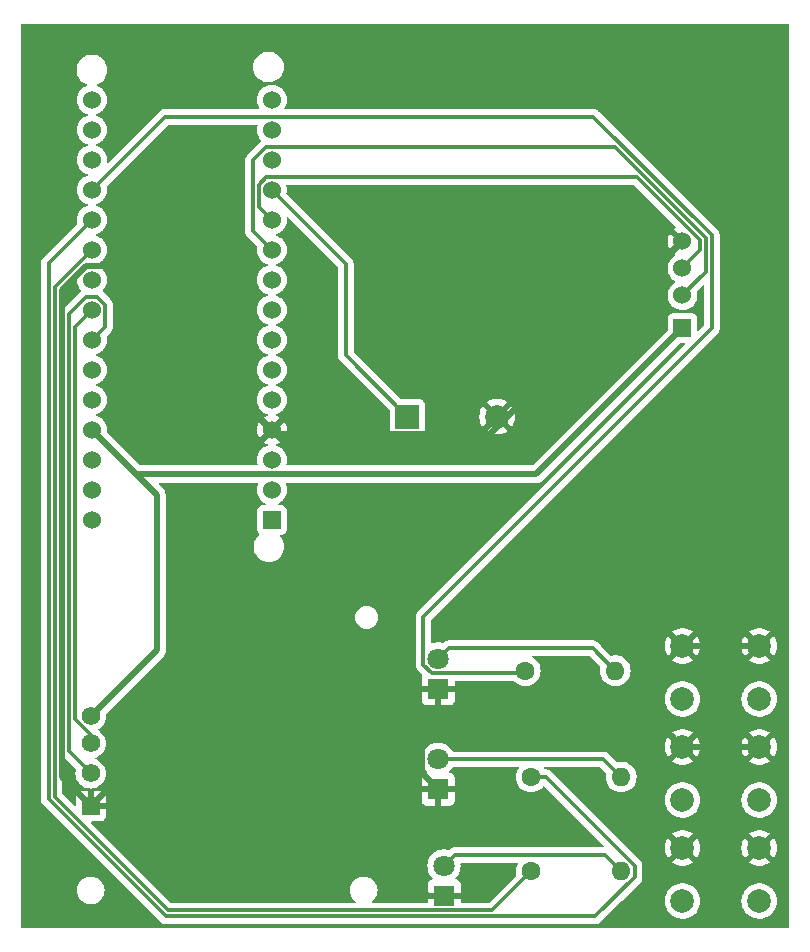
<source format=gbr>
%TF.GenerationSoftware,KiCad,Pcbnew,8.0.7*%
%TF.CreationDate,2024-12-24T10:01:26+05:30*%
%TF.ProjectId,task1,7461736b-312e-46b6-9963-61645f706362,rev?*%
%TF.SameCoordinates,Original*%
%TF.FileFunction,Copper,L1,Top*%
%TF.FilePolarity,Positive*%
%FSLAX46Y46*%
G04 Gerber Fmt 4.6, Leading zero omitted, Abs format (unit mm)*
G04 Created by KiCad (PCBNEW 8.0.7) date 2024-12-24 10:01:26*
%MOMM*%
%LPD*%
G01*
G04 APERTURE LIST*
%TA.AperFunction,ComponentPad*%
%ADD10R,1.800000X1.800000*%
%TD*%
%TA.AperFunction,ComponentPad*%
%ADD11C,1.800000*%
%TD*%
%TA.AperFunction,ComponentPad*%
%ADD12C,1.600000*%
%TD*%
%TA.AperFunction,ComponentPad*%
%ADD13O,1.600000X1.600000*%
%TD*%
%TA.AperFunction,ComponentPad*%
%ADD14C,2.000000*%
%TD*%
%TA.AperFunction,ComponentPad*%
%ADD15R,1.524000X1.524000*%
%TD*%
%TA.AperFunction,ComponentPad*%
%ADD16C,1.524000*%
%TD*%
%TA.AperFunction,ComponentPad*%
%ADD17R,2.000000X2.000000*%
%TD*%
%TA.AperFunction,ComponentPad*%
%ADD18R,1.560000X1.560000*%
%TD*%
%TA.AperFunction,ComponentPad*%
%ADD19C,1.560000*%
%TD*%
%TA.AperFunction,Conductor*%
%ADD20C,0.300000*%
%TD*%
%TA.AperFunction,Conductor*%
%ADD21C,0.500000*%
%TD*%
G04 APERTURE END LIST*
D10*
%TO.P,D1,1,K*%
%TO.N,GND*%
X169815000Y-133550000D03*
D11*
%TO.P,D1,2,A*%
%TO.N,Net-(D1-A)*%
X169815000Y-131010000D03*
%TD*%
D10*
%TO.P,D2,1,K*%
%TO.N,GND*%
X169315000Y-124540000D03*
D11*
%TO.P,D2,2,A*%
%TO.N,Net-(D2-A)*%
X169315000Y-122000000D03*
%TD*%
D12*
%TO.P,R1,1*%
%TO.N,LED1*%
X177190000Y-131500000D03*
D13*
%TO.P,R1,2*%
%TO.N,Net-(D1-A)*%
X184810000Y-131500000D03*
%TD*%
D14*
%TO.P,SW2,1,1*%
%TO.N,GND*%
X190000000Y-120950000D03*
X196500000Y-120950000D03*
%TO.P,SW2,2,2*%
%TO.N,LOCK2*%
X190000000Y-125450000D03*
X196500000Y-125450000D03*
%TD*%
D15*
%TO.P,U2,1,VCC*%
%TO.N,VCC*%
X190000000Y-85500000D03*
D16*
%TO.P,U2,2,TRIG*%
%TO.N,TRIGG*%
X190000000Y-82706000D03*
%TO.P,U2,3,ECHO*%
%TO.N,echo*%
X190000000Y-80420000D03*
%TO.P,U2,4,GND*%
%TO.N,GND*%
X190000000Y-78134000D03*
%TD*%
D12*
%TO.P,R3,1*%
%TO.N,LED3*%
X176690000Y-114500000D03*
D13*
%TO.P,R3,2*%
%TO.N,Net-(D3-A)*%
X184310000Y-114500000D03*
%TD*%
D14*
%TO.P,SW3,1,1*%
%TO.N,GND*%
X190000000Y-129500000D03*
X196500000Y-129500000D03*
%TO.P,SW3,2,2*%
%TO.N,LOCK3*%
X190000000Y-134000000D03*
X196500000Y-134000000D03*
%TD*%
D17*
%TO.P,BZ1,1,+*%
%TO.N,BUZZER*%
X166700000Y-93000000D03*
D14*
%TO.P,BZ1,2,-*%
%TO.N,GND*%
X174300000Y-93000000D03*
%TD*%
D15*
%TO.P,arduino_nano1,1,TX*%
%TO.N,unconnected-(arduino_nano1-TX-Pad1)*%
X155240000Y-101740000D03*
D16*
%TO.P,arduino_nano1,2,RX*%
%TO.N,unconnected-(arduino_nano1-RX-Pad2)*%
X155240000Y-99200000D03*
%TO.P,arduino_nano1,3,RST*%
%TO.N,unconnected-(arduino_nano1-RST-Pad3)*%
X155240000Y-96660000D03*
%TO.P,arduino_nano1,4,GND*%
%TO.N,GND*%
X155240000Y-94120000D03*
%TO.P,arduino_nano1,5,D2*%
%TO.N,LOCK1*%
X155240000Y-91580000D03*
%TO.P,arduino_nano1,6,D3*%
%TO.N,LOCK2*%
X155240000Y-89040000D03*
%TO.P,arduino_nano1,7,D4*%
%TO.N,LOCK3*%
X155240000Y-86500000D03*
%TO.P,arduino_nano1,8,D5*%
%TO.N,unconnected-(arduino_nano1-D5-Pad8)*%
X155240000Y-83960000D03*
%TO.P,arduino_nano1,9,D6*%
%TO.N,unconnected-(arduino_nano1-D6-Pad9)*%
X155240000Y-81420000D03*
%TO.P,arduino_nano1,10,D7*%
%TO.N,TRIGG*%
X155240000Y-78880000D03*
%TO.P,arduino_nano1,11,D8*%
%TO.N,echo*%
X155240000Y-76340000D03*
%TO.P,arduino_nano1,12,D9*%
%TO.N,BUZZER*%
X155240000Y-73800000D03*
%TO.P,arduino_nano1,13,D10*%
%TO.N,unconnected-(arduino_nano1-D10-Pad13)*%
X155240000Y-71260000D03*
%TO.P,arduino_nano1,14,D11*%
%TO.N,unconnected-(arduino_nano1-D11-Pad14)*%
X155240000Y-68720000D03*
%TO.P,arduino_nano1,15,D12*%
%TO.N,unconnected-(arduino_nano1-D12-Pad15)*%
X155240000Y-66180000D03*
%TO.P,arduino_nano1,16,D13*%
%TO.N,unconnected-(arduino_nano1-D13-Pad16)*%
X140000000Y-66180000D03*
%TO.P,arduino_nano1,17,3.3v*%
%TO.N,unconnected-(arduino_nano1-3.3v-Pad17)*%
X140000000Y-68720000D03*
%TO.P,arduino_nano1,18,REF*%
%TO.N,unconnected-(arduino_nano1-REF-Pad18)*%
X140000000Y-71260000D03*
%TO.P,arduino_nano1,19,A0*%
%TO.N,LED3*%
X140000000Y-73800000D03*
%TO.P,arduino_nano1,20,A1*%
%TO.N,LED2*%
X140000000Y-76340000D03*
%TO.P,arduino_nano1,21,A2*%
%TO.N,LED1*%
X140000000Y-78880000D03*
%TO.P,arduino_nano1,22,A3*%
%TO.N,unconnected-(arduino_nano1-A3-Pad22)*%
X140000000Y-81420000D03*
%TO.P,arduino_nano1,23,A4*%
%TO.N,SDA*%
X140000000Y-83960000D03*
%TO.P,arduino_nano1,24,A5*%
%TO.N,SCL*%
X140000000Y-86500000D03*
%TO.P,arduino_nano1,25,A6*%
%TO.N,unconnected-(arduino_nano1-A6-Pad25)*%
X140000000Y-89040000D03*
%TO.P,arduino_nano1,26,A7*%
%TO.N,unconnected-(arduino_nano1-A7-Pad26)*%
X140000000Y-91580000D03*
%TO.P,arduino_nano1,27,5v*%
%TO.N,VCC*%
X140000000Y-94120000D03*
%TO.P,arduino_nano1,28,RST*%
%TO.N,unconnected-(arduino_nano1-RST-Pad28)*%
X140000000Y-96660000D03*
%TO.P,arduino_nano1,29,GND*%
%TO.N,unconnected-(arduino_nano1-GND-Pad29)*%
X140000000Y-99200000D03*
%TO.P,arduino_nano1,30,Vin*%
%TO.N,unconnected-(arduino_nano1-Vin-Pad30)*%
X140000000Y-101740000D03*
%TD*%
D18*
%TO.P,U1,1,GND*%
%TO.N,GND*%
X139894000Y-125986000D03*
D19*
%TO.P,U1,2,VCC_IN*%
%TO.N,SCL*%
X139894000Y-123192000D03*
%TO.P,U1,3,SCL*%
%TO.N,SDA*%
X139894000Y-120652000D03*
%TO.P,U1,4,SDA*%
%TO.N,VCC*%
X139894000Y-118366000D03*
%TD*%
D10*
%TO.P,D3,1,K*%
%TO.N,GND*%
X169315000Y-116030000D03*
D11*
%TO.P,D3,2,A*%
%TO.N,Net-(D3-A)*%
X169315000Y-113490000D03*
%TD*%
D12*
%TO.P,R2,1*%
%TO.N,LED2*%
X177190000Y-123500000D03*
D13*
%TO.P,R2,2*%
%TO.N,Net-(D2-A)*%
X184810000Y-123500000D03*
%TD*%
D14*
%TO.P,SW1,1,1*%
%TO.N,GND*%
X190000000Y-112400000D03*
X196500000Y-112400000D03*
%TO.P,SW1,2,2*%
%TO.N,LOCK1*%
X190000000Y-116900000D03*
X196500000Y-116900000D03*
%TD*%
D20*
%TO.N,SDA*%
X138545026Y-118615088D02*
X138545026Y-85414974D01*
X139894000Y-119964062D02*
X138545026Y-118615088D01*
X138545026Y-85414974D02*
X140000000Y-83960000D01*
X139894000Y-120652000D02*
X139894000Y-119964062D01*
%TO.N,LED2*%
X177190000Y-123500000D02*
X178436346Y-123500000D01*
X185960000Y-131976346D02*
X182636346Y-135300000D01*
X146240894Y-135300000D02*
X136345026Y-125404132D01*
X185960000Y-131023654D02*
X185960000Y-131976346D01*
X178436346Y-123500000D02*
X185960000Y-131023654D01*
X182636346Y-135300000D02*
X146240894Y-135300000D01*
X136345026Y-79994974D02*
X140000000Y-76340000D01*
X136345026Y-125404132D02*
X136345026Y-79994974D01*
D21*
%TO.N,GND*%
X189000000Y-119950000D02*
X169050000Y-119950000D01*
X169315000Y-116030000D02*
X149850000Y-116030000D01*
X169815000Y-133550000D02*
X168415000Y-133550000D01*
X155570000Y-94450000D02*
X155240000Y-94120000D01*
X190000000Y-112400000D02*
X186370000Y-116030000D01*
X141328000Y-80208000D02*
X155240000Y-94120000D01*
X190000000Y-78134000D02*
X173684000Y-94450000D01*
X141340000Y-124540000D02*
X139894000Y-125986000D01*
X172418001Y-94881999D02*
X156001999Y-94881999D01*
X160851000Y-125986000D02*
X139894000Y-125986000D01*
X149850000Y-116030000D02*
X139894000Y-125986000D01*
X190000000Y-120950000D02*
X189000000Y-119950000D01*
X156001999Y-94881999D02*
X155240000Y-94120000D01*
X167965000Y-121035000D02*
X167965000Y-123190000D01*
X186370000Y-116030000D02*
X169315000Y-116030000D01*
X167965000Y-123190000D02*
X169315000Y-124540000D01*
X169315000Y-124540000D02*
X141340000Y-124540000D01*
X169050000Y-119950000D02*
X167965000Y-121035000D01*
X173684000Y-94450000D02*
X155570000Y-94450000D01*
X168415000Y-133550000D02*
X160851000Y-125986000D01*
X137445026Y-82260947D02*
X139497973Y-80208000D01*
X139497973Y-80208000D02*
X141328000Y-80208000D01*
X196500000Y-112400000D02*
X190000000Y-112400000D01*
X139894000Y-125986000D02*
X137445026Y-123537026D01*
X137445026Y-123537026D02*
X137445026Y-82260947D01*
X174300000Y-93000000D02*
X172418001Y-94881999D01*
X196500000Y-120950000D02*
X190000000Y-120950000D01*
D20*
%TO.N,LED1*%
X136845026Y-82012419D02*
X139977445Y-78880000D01*
X136845026Y-125197026D02*
X136845026Y-82012419D01*
X177190000Y-131500000D02*
X173890000Y-134800000D01*
X146448000Y-134800000D02*
X136845026Y-125197026D01*
X139977445Y-78880000D02*
X140000000Y-78880000D01*
X173890000Y-134800000D02*
X146448000Y-134800000D01*
D21*
%TO.N,VCC*%
X177628000Y-97872000D02*
X190000000Y-85500000D01*
X140000000Y-94120000D02*
X143752000Y-97872000D01*
X139894000Y-118366000D02*
X145500000Y-112760000D01*
X143752000Y-97872000D02*
X177628000Y-97872000D01*
X145500000Y-99620000D02*
X140000000Y-94120000D01*
X145500000Y-112760000D02*
X145500000Y-99620000D01*
D20*
%TO.N,BUZZER*%
X161500000Y-80060000D02*
X155240000Y-73800000D01*
X161500000Y-87800000D02*
X161500000Y-80060000D01*
X166700000Y-93000000D02*
X161500000Y-87800000D01*
%TO.N,SCL*%
X141112000Y-85388000D02*
X140000000Y-86500000D01*
X138045026Y-84342368D02*
X139539394Y-82848000D01*
X140460606Y-82848000D02*
X141112000Y-83499394D01*
X141112000Y-83499394D02*
X141112000Y-85388000D01*
X139539394Y-82848000D02*
X140460606Y-82848000D01*
X139894000Y-123192000D02*
X138045026Y-121343026D01*
X138045026Y-121343026D02*
X138045026Y-84342368D01*
%TO.N,TRIGG*%
X192000000Y-77854287D02*
X184293713Y-70148000D01*
X153628000Y-71299394D02*
X153628000Y-77268000D01*
X184293713Y-70148000D02*
X154779394Y-70148000D01*
X190000000Y-82706000D02*
X192000000Y-80706000D01*
X153628000Y-77268000D02*
X155240000Y-78880000D01*
X192000000Y-80706000D02*
X192000000Y-77854287D01*
X154779394Y-70148000D02*
X153628000Y-71299394D01*
%TO.N,LED3*%
X168065000Y-109935000D02*
X192500000Y-85500000D01*
X146192000Y-67608000D02*
X140000000Y-73800000D01*
X176690000Y-114500000D02*
X176450000Y-114740000D01*
X176450000Y-114740000D02*
X168797233Y-114740000D01*
X168065000Y-114007767D02*
X168065000Y-109935000D01*
X168797233Y-114740000D02*
X168065000Y-114007767D01*
X192500000Y-85500000D02*
X192500000Y-77647180D01*
X182460820Y-67608000D02*
X146192000Y-67608000D01*
X192500000Y-77647180D02*
X182460820Y-67608000D01*
%TO.N,echo*%
X154128000Y-73339394D02*
X154779394Y-72688000D01*
X155240000Y-76340000D02*
X154128000Y-75228000D01*
X186126606Y-72688000D02*
X191500000Y-78061394D01*
X154779394Y-72688000D02*
X186126606Y-72688000D01*
X191500000Y-78061394D02*
X191500000Y-78920000D01*
X191500000Y-78920000D02*
X190000000Y-80420000D01*
X154128000Y-75228000D02*
X154128000Y-73339394D01*
%TO.N,Net-(D1-A)*%
X170715000Y-130110000D02*
X183420000Y-130110000D01*
X169815000Y-131010000D02*
X170715000Y-130110000D01*
X183420000Y-130110000D02*
X184810000Y-131500000D01*
%TO.N,Net-(D2-A)*%
X169315000Y-122000000D02*
X183310000Y-122000000D01*
X183310000Y-122000000D02*
X184810000Y-123500000D01*
%TO.N,Net-(D3-A)*%
X170215000Y-112590000D02*
X182400000Y-112590000D01*
X182400000Y-112590000D02*
X184310000Y-114500000D01*
X169315000Y-113490000D02*
X170215000Y-112590000D01*
%TD*%
%TA.AperFunction,Conductor*%
%TO.N,GND*%
G36*
X176044687Y-130779245D02*
G01*
X176063432Y-130824500D01*
X176057436Y-130851544D01*
X176002637Y-130969062D01*
X175963260Y-131053505D01*
X175904364Y-131273311D01*
X175904364Y-131273312D01*
X175884532Y-131499995D01*
X175884532Y-131500004D01*
X175904364Y-131726692D01*
X175904364Y-131726694D01*
X175924174Y-131800623D01*
X175917781Y-131849187D01*
X175907610Y-131862442D01*
X173639299Y-134130755D01*
X173594044Y-134149500D01*
X171279000Y-134149500D01*
X171233745Y-134130755D01*
X171215000Y-134085500D01*
X171215000Y-133800000D01*
X170190278Y-133800000D01*
X170234333Y-133723694D01*
X170265000Y-133609244D01*
X170265000Y-133490756D01*
X170234333Y-133376306D01*
X170190278Y-133300000D01*
X171215000Y-133300000D01*
X171215000Y-132602172D01*
X171214999Y-132602158D01*
X171208598Y-132542625D01*
X171158350Y-132407906D01*
X171072191Y-132292814D01*
X171072185Y-132292808D01*
X170957093Y-132206649D01*
X170957094Y-132206649D01*
X170822374Y-132156401D01*
X170803562Y-132154379D01*
X170760570Y-132130903D01*
X170746771Y-132083904D01*
X170765651Y-132046466D01*
X170764992Y-132045860D01*
X170833530Y-131971407D01*
X170923979Y-131873153D01*
X171050924Y-131678849D01*
X171144157Y-131466300D01*
X171201134Y-131241305D01*
X171201135Y-131241296D01*
X171220300Y-131010005D01*
X171220300Y-131009994D01*
X171205368Y-130829785D01*
X171220312Y-130783137D01*
X171263864Y-130760719D01*
X171269149Y-130760500D01*
X175999432Y-130760500D01*
X176044687Y-130779245D01*
G37*
%TD.AperFunction*%
%TA.AperFunction,Conductor*%
G36*
X154018471Y-68277245D02*
G01*
X154037216Y-68322500D01*
X154035035Y-68339065D01*
X153991928Y-68499937D01*
X153972677Y-68719994D01*
X153972677Y-68720005D01*
X153991929Y-68940063D01*
X154049104Y-69153446D01*
X154142467Y-69353664D01*
X154269174Y-69534620D01*
X154325746Y-69591192D01*
X154344491Y-69636447D01*
X154325746Y-69681702D01*
X153122724Y-70884723D01*
X153051538Y-70991261D01*
X153051534Y-70991269D01*
X153002498Y-71109652D01*
X153002497Y-71109654D01*
X152977500Y-71235322D01*
X152977500Y-77332071D01*
X153002427Y-77457383D01*
X153002431Y-77457425D01*
X153002435Y-77457425D01*
X153002497Y-77457737D01*
X153002500Y-77457749D01*
X153032799Y-77530894D01*
X153051535Y-77576127D01*
X153051536Y-77576129D01*
X153051538Y-77576132D01*
X153087607Y-77630114D01*
X153115473Y-77671819D01*
X153122724Y-77682670D01*
X153988637Y-78548583D01*
X154007382Y-78593838D01*
X154005201Y-78610402D01*
X153991929Y-78659935D01*
X153991929Y-78659936D01*
X153972677Y-78879994D01*
X153972677Y-78880005D01*
X153991929Y-79100063D01*
X154049104Y-79313446D01*
X154142467Y-79513664D01*
X154234662Y-79645332D01*
X154269174Y-79694620D01*
X154425380Y-79850826D01*
X154606338Y-79977534D01*
X154806550Y-80070894D01*
X154806552Y-80070894D01*
X154806553Y-80070895D01*
X154871064Y-80088181D01*
X154909926Y-80118000D01*
X154916319Y-80166564D01*
X154886500Y-80205426D01*
X154871064Y-80211819D01*
X154806553Y-80229104D01*
X154606336Y-80322467D01*
X154425379Y-80449174D01*
X154269174Y-80605379D01*
X154142467Y-80786336D01*
X154049104Y-80986553D01*
X153991929Y-81199936D01*
X153972677Y-81419994D01*
X153972677Y-81420005D01*
X153991929Y-81640063D01*
X154049104Y-81853446D01*
X154142467Y-82053664D01*
X154269174Y-82234620D01*
X154425380Y-82390826D01*
X154606338Y-82517534D01*
X154806550Y-82610894D01*
X154806552Y-82610894D01*
X154806553Y-82610895D01*
X154871064Y-82628181D01*
X154909926Y-82658000D01*
X154916319Y-82706564D01*
X154886500Y-82745426D01*
X154871064Y-82751819D01*
X154806553Y-82769104D01*
X154606336Y-82862467D01*
X154425379Y-82989174D01*
X154269174Y-83145379D01*
X154142467Y-83326336D01*
X154049104Y-83526553D01*
X153991929Y-83739936D01*
X153972677Y-83959994D01*
X153972677Y-83960005D01*
X153991929Y-84180063D01*
X154049104Y-84393446D01*
X154142467Y-84593664D01*
X154269174Y-84774620D01*
X154425380Y-84930826D01*
X154606338Y-85057534D01*
X154806550Y-85150894D01*
X154806552Y-85150894D01*
X154806553Y-85150895D01*
X154871064Y-85168181D01*
X154909926Y-85198000D01*
X154916319Y-85246564D01*
X154886500Y-85285426D01*
X154871064Y-85291819D01*
X154806553Y-85309104D01*
X154606336Y-85402467D01*
X154425379Y-85529174D01*
X154269174Y-85685379D01*
X154142467Y-85866336D01*
X154049104Y-86066553D01*
X153991929Y-86279936D01*
X153972677Y-86499994D01*
X153972677Y-86500005D01*
X153991929Y-86720063D01*
X153991929Y-86720066D01*
X153991930Y-86720068D01*
X154007249Y-86777240D01*
X154049104Y-86933446D01*
X154049106Y-86933450D01*
X154142466Y-87133662D01*
X154269174Y-87314620D01*
X154425380Y-87470826D01*
X154606338Y-87597534D01*
X154806550Y-87690894D01*
X154806552Y-87690894D01*
X154806553Y-87690895D01*
X154871064Y-87708181D01*
X154909926Y-87738000D01*
X154916319Y-87786564D01*
X154886500Y-87825426D01*
X154871064Y-87831819D01*
X154806553Y-87849104D01*
X154606336Y-87942467D01*
X154425379Y-88069174D01*
X154269174Y-88225379D01*
X154142467Y-88406336D01*
X154049104Y-88606553D01*
X153991929Y-88819936D01*
X153972677Y-89039994D01*
X153972677Y-89040005D01*
X153991929Y-89260063D01*
X154049104Y-89473446D01*
X154049106Y-89473450D01*
X154142466Y-89673662D01*
X154269174Y-89854620D01*
X154425380Y-90010826D01*
X154606338Y-90137534D01*
X154806550Y-90230894D01*
X154806552Y-90230894D01*
X154806553Y-90230895D01*
X154871064Y-90248181D01*
X154909926Y-90278000D01*
X154916319Y-90326564D01*
X154886500Y-90365426D01*
X154871064Y-90371819D01*
X154806553Y-90389104D01*
X154606336Y-90482467D01*
X154425379Y-90609174D01*
X154269174Y-90765379D01*
X154142467Y-90946336D01*
X154049104Y-91146553D01*
X153991929Y-91359936D01*
X153972677Y-91579994D01*
X153972677Y-91580005D01*
X153991929Y-91800063D01*
X154049104Y-92013446D01*
X154049106Y-92013450D01*
X154142466Y-92213662D01*
X154269174Y-92394620D01*
X154425380Y-92550826D01*
X154606338Y-92677534D01*
X154806550Y-92770894D01*
X154806552Y-92770894D01*
X154806553Y-92770895D01*
X154872031Y-92788440D01*
X154910893Y-92818259D01*
X154917286Y-92866823D01*
X154887467Y-92905685D01*
X154872031Y-92912078D01*
X154806725Y-92929576D01*
X154606591Y-93022900D01*
X154606584Y-93022904D01*
X154541810Y-93068257D01*
X155212553Y-93739000D01*
X155189840Y-93739000D01*
X155092939Y-93764964D01*
X155006060Y-93815124D01*
X154935124Y-93886060D01*
X154884964Y-93972939D01*
X154859000Y-94069840D01*
X154859000Y-94092553D01*
X154188257Y-93421810D01*
X154142904Y-93486584D01*
X154142900Y-93486591D01*
X154049576Y-93686725D01*
X153992424Y-93900023D01*
X153973179Y-94119995D01*
X153973179Y-94120004D01*
X153992424Y-94339976D01*
X154049577Y-94553277D01*
X154142900Y-94753411D01*
X154188258Y-94818187D01*
X154859000Y-94147445D01*
X154859000Y-94170160D01*
X154884964Y-94267061D01*
X154935124Y-94353940D01*
X155006060Y-94424876D01*
X155092939Y-94475036D01*
X155189840Y-94501000D01*
X155212553Y-94501000D01*
X154541810Y-95171741D01*
X154606584Y-95217097D01*
X154806722Y-95310422D01*
X154872031Y-95327921D01*
X154910892Y-95357739D01*
X154917286Y-95406304D01*
X154887468Y-95445165D01*
X154872032Y-95451559D01*
X154806551Y-95469105D01*
X154606336Y-95562467D01*
X154425379Y-95689174D01*
X154269174Y-95845379D01*
X154142467Y-96026336D01*
X154049104Y-96226553D01*
X153991929Y-96439936D01*
X153972677Y-96659994D01*
X153972677Y-96660005D01*
X153991928Y-96880062D01*
X154035035Y-97040935D01*
X154028642Y-97089500D01*
X153989781Y-97119319D01*
X153973216Y-97121500D01*
X144089377Y-97121500D01*
X144044122Y-97102755D01*
X141271856Y-94330488D01*
X141253111Y-94285233D01*
X141253355Y-94279655D01*
X141267323Y-94120004D01*
X141267323Y-94119994D01*
X141248070Y-93899936D01*
X141248070Y-93899932D01*
X141190894Y-93686550D01*
X141097534Y-93486339D01*
X140970826Y-93305380D01*
X140814620Y-93149174D01*
X140804473Y-93142069D01*
X140633664Y-93022467D01*
X140433446Y-92929104D01*
X140368935Y-92911819D01*
X140330073Y-92882000D01*
X140323680Y-92833436D01*
X140353499Y-92794574D01*
X140368935Y-92788181D01*
X140433446Y-92770895D01*
X140433445Y-92770895D01*
X140433450Y-92770894D01*
X140633662Y-92677534D01*
X140814620Y-92550826D01*
X140970826Y-92394620D01*
X141097534Y-92213662D01*
X141190894Y-92013450D01*
X141248070Y-91800068D01*
X141261859Y-91642454D01*
X141267323Y-91580005D01*
X141267323Y-91579994D01*
X141248070Y-91359936D01*
X141248070Y-91359932D01*
X141190894Y-91146550D01*
X141097534Y-90946339D01*
X140970826Y-90765380D01*
X140814620Y-90609174D01*
X140804473Y-90602069D01*
X140633664Y-90482467D01*
X140433446Y-90389104D01*
X140368935Y-90371819D01*
X140330073Y-90342000D01*
X140323680Y-90293436D01*
X140353499Y-90254574D01*
X140368935Y-90248181D01*
X140433446Y-90230895D01*
X140433445Y-90230895D01*
X140433450Y-90230894D01*
X140633662Y-90137534D01*
X140814620Y-90010826D01*
X140970826Y-89854620D01*
X141097534Y-89673662D01*
X141190894Y-89473450D01*
X141248070Y-89260068D01*
X141267323Y-89040000D01*
X141267323Y-89039994D01*
X141248070Y-88819936D01*
X141248070Y-88819932D01*
X141190894Y-88606550D01*
X141097534Y-88406339D01*
X140970826Y-88225380D01*
X140814620Y-88069174D01*
X140804473Y-88062069D01*
X140633664Y-87942467D01*
X140433446Y-87849104D01*
X140368935Y-87831819D01*
X140330073Y-87802000D01*
X140323680Y-87753436D01*
X140353499Y-87714574D01*
X140368935Y-87708181D01*
X140433446Y-87690895D01*
X140433445Y-87690895D01*
X140433450Y-87690894D01*
X140633662Y-87597534D01*
X140814620Y-87470826D01*
X140970826Y-87314620D01*
X141097534Y-87133662D01*
X141190894Y-86933450D01*
X141248070Y-86720068D01*
X141267323Y-86500000D01*
X141267323Y-86499994D01*
X141248071Y-86279942D01*
X141248070Y-86279936D01*
X141248070Y-86279932D01*
X141234798Y-86230402D01*
X141241191Y-86181839D01*
X141251362Y-86168583D01*
X141353395Y-86066550D01*
X141617276Y-85802670D01*
X141688465Y-85696127D01*
X141737501Y-85577744D01*
X141757134Y-85479043D01*
X141762500Y-85452069D01*
X141762500Y-83435325D01*
X141762500Y-83435322D01*
X141737502Y-83309654D01*
X141737501Y-83309652D01*
X141737501Y-83309650D01*
X141688465Y-83191267D01*
X141688465Y-83191266D01*
X141617276Y-83084725D01*
X141526669Y-82994118D01*
X140914253Y-82381701D01*
X140895508Y-82336446D01*
X140914253Y-82291192D01*
X140970826Y-82234620D01*
X141097534Y-82053662D01*
X141190894Y-81853450D01*
X141248070Y-81640068D01*
X141267323Y-81420000D01*
X141267323Y-81419994D01*
X141251105Y-81234620D01*
X141248070Y-81199932D01*
X141190894Y-80986550D01*
X141097534Y-80786339D01*
X140970826Y-80605380D01*
X140814620Y-80449174D01*
X140681491Y-80355956D01*
X140633664Y-80322467D01*
X140433446Y-80229104D01*
X140368935Y-80211819D01*
X140330073Y-80182000D01*
X140323680Y-80133436D01*
X140353499Y-80094574D01*
X140368935Y-80088181D01*
X140433446Y-80070895D01*
X140433445Y-80070895D01*
X140433450Y-80070894D01*
X140633662Y-79977534D01*
X140814620Y-79850826D01*
X140970826Y-79694620D01*
X141097534Y-79513662D01*
X141190894Y-79313450D01*
X141248070Y-79100068D01*
X141267323Y-78880000D01*
X141267323Y-78879994D01*
X141248070Y-78659936D01*
X141248070Y-78659935D01*
X141248070Y-78659932D01*
X141190894Y-78446550D01*
X141097534Y-78246339D01*
X140970826Y-78065380D01*
X140814620Y-77909174D01*
X140700297Y-77829124D01*
X140633664Y-77782467D01*
X140433446Y-77689104D01*
X140368935Y-77671819D01*
X140330073Y-77642000D01*
X140323680Y-77593436D01*
X140353499Y-77554574D01*
X140368935Y-77548181D01*
X140433446Y-77530895D01*
X140433445Y-77530895D01*
X140433450Y-77530894D01*
X140633662Y-77437534D01*
X140814620Y-77310826D01*
X140970826Y-77154620D01*
X141097534Y-76973662D01*
X141190894Y-76773450D01*
X141248070Y-76560068D01*
X141267323Y-76340000D01*
X141267323Y-76339995D01*
X141267323Y-76339994D01*
X141248070Y-76119936D01*
X141248070Y-76119932D01*
X141190894Y-75906550D01*
X141097534Y-75706339D01*
X140970826Y-75525380D01*
X140814620Y-75369174D01*
X140633664Y-75242467D01*
X140433446Y-75149104D01*
X140368935Y-75131819D01*
X140330073Y-75102000D01*
X140323680Y-75053436D01*
X140353499Y-75014574D01*
X140368935Y-75008181D01*
X140433446Y-74990895D01*
X140433445Y-74990895D01*
X140433450Y-74990894D01*
X140633662Y-74897534D01*
X140814620Y-74770826D01*
X140970826Y-74614620D01*
X141097534Y-74433662D01*
X141190894Y-74233450D01*
X141248070Y-74020068D01*
X141267323Y-73800000D01*
X141267323Y-73799994D01*
X141248071Y-73579942D01*
X141248070Y-73579936D01*
X141248070Y-73579932D01*
X141234798Y-73530402D01*
X141241191Y-73481837D01*
X141251358Y-73468586D01*
X146442701Y-68277245D01*
X146487956Y-68258500D01*
X153973216Y-68258500D01*
X154018471Y-68277245D01*
G37*
%TD.AperFunction*%
%TA.AperFunction,Conductor*%
G36*
X185875905Y-73357245D02*
G01*
X189430834Y-76912174D01*
X189449579Y-76957429D01*
X189430834Y-77002684D01*
X189412627Y-77015432D01*
X189366600Y-77036895D01*
X189366584Y-77036904D01*
X189301810Y-77082257D01*
X189972553Y-77753000D01*
X189949840Y-77753000D01*
X189852939Y-77778964D01*
X189766060Y-77829124D01*
X189695124Y-77900060D01*
X189644964Y-77986939D01*
X189619000Y-78083840D01*
X189619000Y-78106553D01*
X188948257Y-77435810D01*
X188902904Y-77500584D01*
X188902900Y-77500591D01*
X188809576Y-77700725D01*
X188752424Y-77914023D01*
X188733179Y-78133995D01*
X188733179Y-78134004D01*
X188752424Y-78353976D01*
X188809577Y-78567277D01*
X188902900Y-78767411D01*
X188948258Y-78832187D01*
X189619000Y-78161445D01*
X189619000Y-78184160D01*
X189644964Y-78281061D01*
X189695124Y-78367940D01*
X189766060Y-78438876D01*
X189852939Y-78489036D01*
X189949840Y-78515000D01*
X189972552Y-78515000D01*
X189301811Y-79185740D01*
X189356835Y-79224268D01*
X189383154Y-79265580D01*
X189372552Y-79313403D01*
X189356835Y-79329120D01*
X189185379Y-79449174D01*
X189029174Y-79605379D01*
X188902467Y-79786336D01*
X188809104Y-79986553D01*
X188751929Y-80199936D01*
X188732677Y-80419994D01*
X188732677Y-80420005D01*
X188751929Y-80640063D01*
X188809104Y-80853446D01*
X188809106Y-80853450D01*
X188902466Y-81053662D01*
X189029174Y-81234620D01*
X189185380Y-81390826D01*
X189356399Y-81510574D01*
X189382717Y-81551885D01*
X189372115Y-81599708D01*
X189356398Y-81615425D01*
X189185379Y-81735174D01*
X189029174Y-81891379D01*
X188902467Y-82072336D01*
X188809104Y-82272553D01*
X188751929Y-82485936D01*
X188732677Y-82705994D01*
X188732677Y-82706005D01*
X188751929Y-82926063D01*
X188809104Y-83139446D01*
X188871346Y-83272924D01*
X188902466Y-83339662D01*
X189029174Y-83520620D01*
X189185380Y-83676826D01*
X189366338Y-83803534D01*
X189566550Y-83896894D01*
X189566552Y-83896894D01*
X189566553Y-83896895D01*
X189599562Y-83905739D01*
X189779932Y-83954070D01*
X189877740Y-83962626D01*
X189999995Y-83973323D01*
X190000000Y-83973323D01*
X190000005Y-83973323D01*
X190110034Y-83963696D01*
X190220068Y-83954070D01*
X190433450Y-83896894D01*
X190633662Y-83803534D01*
X190814620Y-83676826D01*
X190970826Y-83520620D01*
X191097534Y-83339662D01*
X191190894Y-83139450D01*
X191248070Y-82926068D01*
X191261802Y-82769104D01*
X191267323Y-82706005D01*
X191267323Y-82705994D01*
X191248071Y-82485942D01*
X191248070Y-82485936D01*
X191248070Y-82485932D01*
X191234797Y-82436399D01*
X191241190Y-82387838D01*
X191251357Y-82374586D01*
X191740246Y-81885698D01*
X191785500Y-81866954D01*
X191830755Y-81885699D01*
X191849500Y-81930954D01*
X191849500Y-85204043D01*
X191830755Y-85249298D01*
X191371754Y-85708299D01*
X191326499Y-85727044D01*
X191281244Y-85708299D01*
X191262499Y-85663044D01*
X191262499Y-84690130D01*
X191262498Y-84690112D01*
X191256091Y-84630521D01*
X191256091Y-84630517D01*
X191205796Y-84495669D01*
X191205793Y-84495665D01*
X191205793Y-84495664D01*
X191119548Y-84380457D01*
X191119546Y-84380454D01*
X191119542Y-84380451D01*
X191004335Y-84294206D01*
X191004336Y-84294206D01*
X190869481Y-84243908D01*
X190809879Y-84237500D01*
X189190130Y-84237500D01*
X189190112Y-84237501D01*
X189130521Y-84243908D01*
X189130518Y-84243908D01*
X189130517Y-84243909D01*
X188995669Y-84294204D01*
X188995664Y-84294206D01*
X188880457Y-84380451D01*
X188880451Y-84380457D01*
X188794206Y-84495664D01*
X188743908Y-84630518D01*
X188737500Y-84690113D01*
X188737500Y-85674622D01*
X188718755Y-85719877D01*
X177335877Y-97102755D01*
X177290622Y-97121500D01*
X156506784Y-97121500D01*
X156461529Y-97102755D01*
X156442784Y-97057500D01*
X156444965Y-97040935D01*
X156488070Y-96880068D01*
X156488070Y-96880064D01*
X156488071Y-96880062D01*
X156507323Y-96660005D01*
X156507323Y-96659994D01*
X156488070Y-96439936D01*
X156488070Y-96439932D01*
X156430894Y-96226550D01*
X156337534Y-96026339D01*
X156210826Y-95845380D01*
X156054620Y-95689174D01*
X156044473Y-95682069D01*
X155873664Y-95562467D01*
X155673448Y-95469105D01*
X155607967Y-95451559D01*
X155569106Y-95421739D01*
X155562713Y-95373175D01*
X155592533Y-95334314D01*
X155607969Y-95327920D01*
X155673281Y-95310420D01*
X155873406Y-95217101D01*
X155873407Y-95217100D01*
X155938187Y-95171741D01*
X155267447Y-94501000D01*
X155290160Y-94501000D01*
X155387061Y-94475036D01*
X155473940Y-94424876D01*
X155544876Y-94353940D01*
X155595036Y-94267061D01*
X155621000Y-94170160D01*
X155621000Y-94147446D01*
X156291741Y-94818187D01*
X156337100Y-94753407D01*
X156337101Y-94753406D01*
X156430422Y-94553277D01*
X156487575Y-94339976D01*
X156506821Y-94120004D01*
X156506821Y-94119995D01*
X156487575Y-93900023D01*
X156430423Y-93686725D01*
X156337097Y-93486587D01*
X156291740Y-93421811D01*
X155621000Y-94092551D01*
X155621000Y-94069840D01*
X155595036Y-93972939D01*
X155544876Y-93886060D01*
X155473940Y-93815124D01*
X155387061Y-93764964D01*
X155290160Y-93739000D01*
X155267445Y-93739000D01*
X155938187Y-93068258D01*
X155873411Y-93022900D01*
X155673277Y-92929577D01*
X155607968Y-92912078D01*
X155569106Y-92882259D01*
X155562713Y-92833695D01*
X155592532Y-92794833D01*
X155607968Y-92788440D01*
X155673446Y-92770895D01*
X155673445Y-92770895D01*
X155673450Y-92770894D01*
X155873662Y-92677534D01*
X156054620Y-92550826D01*
X156210826Y-92394620D01*
X156337534Y-92213662D01*
X156430894Y-92013450D01*
X156488070Y-91800068D01*
X156501859Y-91642454D01*
X156507323Y-91580005D01*
X156507323Y-91579994D01*
X156488070Y-91359936D01*
X156488070Y-91359932D01*
X156430894Y-91146550D01*
X156337534Y-90946339D01*
X156210826Y-90765380D01*
X156054620Y-90609174D01*
X156044473Y-90602069D01*
X155873664Y-90482467D01*
X155673446Y-90389104D01*
X155608935Y-90371819D01*
X155570073Y-90342000D01*
X155563680Y-90293436D01*
X155593499Y-90254574D01*
X155608935Y-90248181D01*
X155673446Y-90230895D01*
X155673445Y-90230895D01*
X155673450Y-90230894D01*
X155873662Y-90137534D01*
X156054620Y-90010826D01*
X156210826Y-89854620D01*
X156337534Y-89673662D01*
X156430894Y-89473450D01*
X156488070Y-89260068D01*
X156507323Y-89040000D01*
X156507323Y-89039994D01*
X156488070Y-88819936D01*
X156488070Y-88819932D01*
X156430894Y-88606550D01*
X156337534Y-88406339D01*
X156210826Y-88225380D01*
X156054620Y-88069174D01*
X156044473Y-88062069D01*
X155873664Y-87942467D01*
X155673446Y-87849104D01*
X155608935Y-87831819D01*
X155570073Y-87802000D01*
X155563680Y-87753436D01*
X155593499Y-87714574D01*
X155608935Y-87708181D01*
X155673446Y-87690895D01*
X155673445Y-87690895D01*
X155673450Y-87690894D01*
X155873662Y-87597534D01*
X156054620Y-87470826D01*
X156210826Y-87314620D01*
X156337534Y-87133662D01*
X156430894Y-86933450D01*
X156488070Y-86720068D01*
X156507323Y-86500000D01*
X156507323Y-86499994D01*
X156488070Y-86279936D01*
X156488070Y-86279932D01*
X156430894Y-86066550D01*
X156337534Y-85866339D01*
X156210826Y-85685380D01*
X156054620Y-85529174D01*
X155983027Y-85479044D01*
X155873664Y-85402467D01*
X155673446Y-85309104D01*
X155608935Y-85291819D01*
X155570073Y-85262000D01*
X155563680Y-85213436D01*
X155593499Y-85174574D01*
X155608935Y-85168181D01*
X155673446Y-85150895D01*
X155673445Y-85150895D01*
X155673450Y-85150894D01*
X155873662Y-85057534D01*
X156054620Y-84930826D01*
X156210826Y-84774620D01*
X156337534Y-84593662D01*
X156430894Y-84393450D01*
X156488070Y-84180068D01*
X156504359Y-83993884D01*
X156507323Y-83960005D01*
X156507323Y-83959994D01*
X156488070Y-83739936D01*
X156488070Y-83739932D01*
X156430894Y-83526550D01*
X156337534Y-83326339D01*
X156210826Y-83145380D01*
X156054620Y-82989174D01*
X155964488Y-82926063D01*
X155873664Y-82862467D01*
X155673446Y-82769104D01*
X155608935Y-82751819D01*
X155570073Y-82722000D01*
X155563680Y-82673436D01*
X155593499Y-82634574D01*
X155608935Y-82628181D01*
X155673446Y-82610895D01*
X155673445Y-82610895D01*
X155673450Y-82610894D01*
X155873662Y-82517534D01*
X156054620Y-82390826D01*
X156210826Y-82234620D01*
X156337534Y-82053662D01*
X156430894Y-81853450D01*
X156488070Y-81640068D01*
X156507323Y-81420000D01*
X156507323Y-81419994D01*
X156491105Y-81234620D01*
X156488070Y-81199932D01*
X156430894Y-80986550D01*
X156337534Y-80786339D01*
X156210826Y-80605380D01*
X156054620Y-80449174D01*
X155921491Y-80355956D01*
X155873664Y-80322467D01*
X155673446Y-80229104D01*
X155608935Y-80211819D01*
X155570073Y-80182000D01*
X155563680Y-80133436D01*
X155593499Y-80094574D01*
X155608935Y-80088181D01*
X155673446Y-80070895D01*
X155673445Y-80070895D01*
X155673450Y-80070894D01*
X155873662Y-79977534D01*
X156054620Y-79850826D01*
X156210826Y-79694620D01*
X156337534Y-79513662D01*
X156430894Y-79313450D01*
X156488070Y-79100068D01*
X156507323Y-78880000D01*
X156507323Y-78879994D01*
X156488070Y-78659936D01*
X156488070Y-78659935D01*
X156488070Y-78659932D01*
X156430894Y-78446550D01*
X156337534Y-78246339D01*
X156210826Y-78065380D01*
X156054620Y-77909174D01*
X155940297Y-77829124D01*
X155873664Y-77782467D01*
X155673446Y-77689104D01*
X155608935Y-77671819D01*
X155570073Y-77642000D01*
X155563680Y-77593436D01*
X155593499Y-77554574D01*
X155608935Y-77548181D01*
X155673446Y-77530895D01*
X155673445Y-77530895D01*
X155673450Y-77530894D01*
X155873662Y-77437534D01*
X156054620Y-77310826D01*
X156210826Y-77154620D01*
X156337534Y-76973662D01*
X156430894Y-76773450D01*
X156488070Y-76560068D01*
X156507323Y-76340000D01*
X156507322Y-76339994D01*
X156488830Y-76128620D01*
X156503559Y-76081904D01*
X156547008Y-76059286D01*
X156593724Y-76074015D01*
X156597841Y-76077787D01*
X160830755Y-80310701D01*
X160849500Y-80355956D01*
X160849500Y-87864071D01*
X160865095Y-87942465D01*
X160865095Y-87942467D01*
X160874496Y-87989735D01*
X160874498Y-87989742D01*
X160874499Y-87989744D01*
X160923535Y-88108127D01*
X160923536Y-88108129D01*
X160923538Y-88108132D01*
X160994724Y-88214670D01*
X165180755Y-92400701D01*
X165199500Y-92445956D01*
X165199500Y-94047869D01*
X165199501Y-94047887D01*
X165205908Y-94107478D01*
X165205909Y-94107483D01*
X165256204Y-94242331D01*
X165256205Y-94242332D01*
X165256206Y-94242335D01*
X165288320Y-94285233D01*
X165342454Y-94357546D01*
X165342457Y-94357548D01*
X165457664Y-94443793D01*
X165457663Y-94443793D01*
X165457666Y-94443794D01*
X165457669Y-94443796D01*
X165592517Y-94494091D01*
X165652127Y-94500500D01*
X167747872Y-94500499D01*
X167747875Y-94500498D01*
X167747887Y-94500498D01*
X167779624Y-94497085D01*
X167807483Y-94494091D01*
X167942331Y-94443796D01*
X168057546Y-94357546D01*
X168143796Y-94242331D01*
X168194091Y-94107483D01*
X168198138Y-94069840D01*
X168200499Y-94047886D01*
X168200499Y-94047882D01*
X168200500Y-94047873D01*
X168200499Y-92999995D01*
X172794859Y-92999995D01*
X172794859Y-93000004D01*
X172815385Y-93247729D01*
X172815385Y-93247730D01*
X172876412Y-93488717D01*
X172976267Y-93716365D01*
X173076564Y-93869881D01*
X173817037Y-93129408D01*
X173834075Y-93192993D01*
X173899901Y-93307007D01*
X173992993Y-93400099D01*
X174107007Y-93465925D01*
X174170590Y-93482962D01*
X173429943Y-94223609D01*
X173476763Y-94260052D01*
X173476766Y-94260054D01*
X173695393Y-94378368D01*
X173695392Y-94378368D01*
X173930506Y-94459083D01*
X174175698Y-94499999D01*
X174175710Y-94500000D01*
X174424290Y-94500000D01*
X174424301Y-94499999D01*
X174669493Y-94459083D01*
X174904607Y-94378368D01*
X175123233Y-94260054D01*
X175123236Y-94260052D01*
X175170055Y-94223610D01*
X174429409Y-93482962D01*
X174492993Y-93465925D01*
X174607007Y-93400099D01*
X174700099Y-93307007D01*
X174765925Y-93192993D01*
X174782962Y-93129409D01*
X175523434Y-93869881D01*
X175623732Y-93716365D01*
X175723587Y-93488717D01*
X175784614Y-93247730D01*
X175784614Y-93247729D01*
X175805141Y-93000004D01*
X175805141Y-92999995D01*
X175784614Y-92752270D01*
X175784614Y-92752269D01*
X175723587Y-92511282D01*
X175623732Y-92283634D01*
X175523434Y-92130117D01*
X174782962Y-92870589D01*
X174765925Y-92807007D01*
X174700099Y-92692993D01*
X174607007Y-92599901D01*
X174492993Y-92534075D01*
X174429407Y-92517036D01*
X175170055Y-91776389D01*
X175123228Y-91739941D01*
X174904612Y-91621633D01*
X174904607Y-91621631D01*
X174669493Y-91540916D01*
X174424301Y-91500000D01*
X174175698Y-91500000D01*
X173930506Y-91540916D01*
X173695392Y-91621631D01*
X173476766Y-91739945D01*
X173429943Y-91776388D01*
X173429943Y-91776389D01*
X174170591Y-92517037D01*
X174107007Y-92534075D01*
X173992993Y-92599901D01*
X173899901Y-92692993D01*
X173834075Y-92807007D01*
X173817037Y-92870590D01*
X173076564Y-92130117D01*
X172976269Y-92283629D01*
X172876412Y-92511282D01*
X172815385Y-92752269D01*
X172815385Y-92752270D01*
X172794859Y-92999995D01*
X168200499Y-92999995D01*
X168200499Y-91952128D01*
X168200498Y-91952125D01*
X168200498Y-91952112D01*
X168194091Y-91892521D01*
X168194091Y-91892517D01*
X168143796Y-91757669D01*
X168143793Y-91757665D01*
X168143793Y-91757664D01*
X168057548Y-91642457D01*
X168057546Y-91642454D01*
X168029730Y-91621631D01*
X167942335Y-91556206D01*
X167942336Y-91556206D01*
X167807481Y-91505908D01*
X167747886Y-91499500D01*
X167747873Y-91499500D01*
X166145956Y-91499500D01*
X166100701Y-91480755D01*
X162169245Y-87549299D01*
X162150500Y-87504044D01*
X162150500Y-79995928D01*
X162125502Y-79870260D01*
X162125501Y-79870258D01*
X162125501Y-79870256D01*
X162076465Y-79751873D01*
X162076464Y-79751871D01*
X162076463Y-79751869D01*
X162065393Y-79735303D01*
X162065387Y-79735294D01*
X162005277Y-79645331D01*
X156491362Y-74131416D01*
X156472617Y-74086161D01*
X156474798Y-74069596D01*
X156488070Y-74020068D01*
X156507323Y-73800000D01*
X156507323Y-73799994D01*
X156488071Y-73579937D01*
X156461785Y-73481837D01*
X156444965Y-73419063D01*
X156451358Y-73370500D01*
X156490219Y-73340681D01*
X156506784Y-73338500D01*
X185830650Y-73338500D01*
X185875905Y-73357245D01*
G37*
%TD.AperFunction*%
%TA.AperFunction,Conductor*%
G36*
X138737408Y-81130491D02*
G01*
X138756153Y-81175746D01*
X138753973Y-81192308D01*
X138751928Y-81199938D01*
X138732677Y-81419994D01*
X138732677Y-81420005D01*
X138751929Y-81640063D01*
X138809104Y-81853446D01*
X138902467Y-82053664D01*
X139029174Y-82234620D01*
X139085746Y-82291192D01*
X139104491Y-82336447D01*
X139085746Y-82381702D01*
X137604781Y-83862667D01*
X137559526Y-83881412D01*
X137514271Y-83862667D01*
X137495526Y-83817412D01*
X137495526Y-82308374D01*
X137514270Y-82263120D01*
X138646899Y-81130490D01*
X138692153Y-81111746D01*
X138737408Y-81130491D01*
G37*
%TD.AperFunction*%
%TA.AperFunction,Conductor*%
G36*
X198980755Y-59769245D02*
G01*
X198999500Y-59814500D01*
X198999500Y-136185500D01*
X198980755Y-136230755D01*
X198935500Y-136249500D01*
X134064500Y-136249500D01*
X134019245Y-136230755D01*
X134000500Y-136185500D01*
X134000500Y-133097999D01*
X138722693Y-133097999D01*
X138722693Y-133098000D01*
X138742636Y-133313224D01*
X138742637Y-133313227D01*
X138801789Y-133521125D01*
X138845667Y-133609244D01*
X138898133Y-133714611D01*
X139028393Y-133887103D01*
X139188126Y-134032720D01*
X139188128Y-134032721D01*
X139188130Y-134032723D01*
X139371904Y-134146511D01*
X139371903Y-134146511D01*
X139439088Y-134172538D01*
X139573457Y-134224593D01*
X139785925Y-134264310D01*
X140002075Y-134264310D01*
X140214543Y-134224593D01*
X140416096Y-134146511D01*
X140599870Y-134032723D01*
X140759606Y-133887104D01*
X140889865Y-133714614D01*
X140986211Y-133521125D01*
X141045363Y-133313227D01*
X141065307Y-133098000D01*
X141045363Y-132882773D01*
X140986211Y-132674875D01*
X140889865Y-132481386D01*
X140759606Y-132308896D01*
X140647447Y-132206649D01*
X140599873Y-132163279D01*
X140416095Y-132049488D01*
X140416096Y-132049488D01*
X140214540Y-131971406D01*
X140002077Y-131931690D01*
X140002075Y-131931690D01*
X139785925Y-131931690D01*
X139785922Y-131931690D01*
X139573459Y-131971406D01*
X139371904Y-132049488D01*
X139188126Y-132163279D01*
X139028393Y-132308896D01*
X138898133Y-132481388D01*
X138801789Y-132674875D01*
X138742637Y-132882772D01*
X138742636Y-132882775D01*
X138722693Y-133097999D01*
X134000500Y-133097999D01*
X134000500Y-79930902D01*
X135694526Y-79930902D01*
X135694526Y-79930905D01*
X135694526Y-125468201D01*
X135710275Y-125547374D01*
X135711487Y-125553464D01*
X135711487Y-125553466D01*
X135719523Y-125593872D01*
X135719526Y-125593882D01*
X135756066Y-125682093D01*
X135768561Y-125712259D01*
X135839749Y-125818801D01*
X145826225Y-135805277D01*
X145932767Y-135876465D01*
X146051150Y-135925501D01*
X146051153Y-135925501D01*
X146051154Y-135925502D01*
X146176822Y-135950500D01*
X146176825Y-135950500D01*
X182700418Y-135950500D01*
X182826085Y-135925502D01*
X182826085Y-135925501D01*
X182826090Y-135925501D01*
X182944473Y-135876465D01*
X183051015Y-135805277D01*
X184856297Y-133999995D01*
X188494357Y-133999995D01*
X188494357Y-134000004D01*
X188514890Y-134247811D01*
X188514890Y-134247813D01*
X188575937Y-134488883D01*
X188575938Y-134488884D01*
X188675825Y-134716603D01*
X188675826Y-134716606D01*
X188675827Y-134716607D01*
X188811836Y-134924785D01*
X188908207Y-135029472D01*
X188980254Y-135107737D01*
X189176488Y-135260472D01*
X189176491Y-135260474D01*
X189395190Y-135378828D01*
X189630382Y-135459570D01*
X189630384Y-135459570D01*
X189630386Y-135459571D01*
X189752577Y-135479960D01*
X189875657Y-135500499D01*
X189875661Y-135500499D01*
X189875665Y-135500500D01*
X189875669Y-135500500D01*
X190124331Y-135500500D01*
X190124335Y-135500500D01*
X190124339Y-135500499D01*
X190124342Y-135500499D01*
X190186102Y-135490193D01*
X190369614Y-135459571D01*
X190604810Y-135378828D01*
X190823509Y-135260474D01*
X191019744Y-135107738D01*
X191188164Y-134924785D01*
X191324173Y-134716607D01*
X191424063Y-134488881D01*
X191485108Y-134247821D01*
X191493503Y-134146511D01*
X191505643Y-134000004D01*
X191505643Y-133999995D01*
X194994357Y-133999995D01*
X194994357Y-134000004D01*
X195014890Y-134247811D01*
X195014890Y-134247813D01*
X195075937Y-134488883D01*
X195075938Y-134488884D01*
X195175825Y-134716603D01*
X195175826Y-134716606D01*
X195175827Y-134716607D01*
X195311836Y-134924785D01*
X195408207Y-135029472D01*
X195480254Y-135107737D01*
X195676488Y-135260472D01*
X195676491Y-135260474D01*
X195895190Y-135378828D01*
X196130382Y-135459570D01*
X196130384Y-135459570D01*
X196130386Y-135459571D01*
X196252577Y-135479960D01*
X196375657Y-135500499D01*
X196375661Y-135500499D01*
X196375665Y-135500500D01*
X196375669Y-135500500D01*
X196624331Y-135500500D01*
X196624335Y-135500500D01*
X196624339Y-135500499D01*
X196624342Y-135500499D01*
X196686102Y-135490193D01*
X196869614Y-135459571D01*
X197104810Y-135378828D01*
X197323509Y-135260474D01*
X197519744Y-135107738D01*
X197688164Y-134924785D01*
X197824173Y-134716607D01*
X197924063Y-134488881D01*
X197985108Y-134247821D01*
X197993503Y-134146511D01*
X198005643Y-134000004D01*
X198005643Y-133999995D01*
X197985109Y-133752188D01*
X197985109Y-133752186D01*
X197985108Y-133752183D01*
X197985108Y-133752179D01*
X197924063Y-133511119D01*
X197824173Y-133283393D01*
X197763098Y-133189910D01*
X197688168Y-133075221D01*
X197688167Y-133075220D01*
X197688164Y-133075215D01*
X197562568Y-132938781D01*
X197519745Y-132892262D01*
X197323511Y-132739527D01*
X197323508Y-132739525D01*
X197104808Y-132621171D01*
X197104809Y-132621171D01*
X196869617Y-132540429D01*
X196624342Y-132499500D01*
X196624335Y-132499500D01*
X196375665Y-132499500D01*
X196375657Y-132499500D01*
X196130382Y-132540429D01*
X195895190Y-132621171D01*
X195676491Y-132739525D01*
X195676488Y-132739527D01*
X195480254Y-132892262D01*
X195346764Y-133037272D01*
X195311836Y-133075215D01*
X195311834Y-133075216D01*
X195311831Y-133075221D01*
X195175826Y-133283393D01*
X195175825Y-133283396D01*
X195075938Y-133511115D01*
X195075937Y-133511116D01*
X195014890Y-133752186D01*
X195014890Y-133752188D01*
X194994357Y-133999995D01*
X191505643Y-133999995D01*
X191485109Y-133752188D01*
X191485109Y-133752186D01*
X191485108Y-133752183D01*
X191485108Y-133752179D01*
X191424063Y-133511119D01*
X191324173Y-133283393D01*
X191263098Y-133189910D01*
X191188168Y-133075221D01*
X191188167Y-133075220D01*
X191188164Y-133075215D01*
X191062568Y-132938781D01*
X191019745Y-132892262D01*
X190823511Y-132739527D01*
X190823508Y-132739525D01*
X190604808Y-132621171D01*
X190604809Y-132621171D01*
X190369617Y-132540429D01*
X190124342Y-132499500D01*
X190124335Y-132499500D01*
X189875665Y-132499500D01*
X189875657Y-132499500D01*
X189630382Y-132540429D01*
X189395190Y-132621171D01*
X189176491Y-132739525D01*
X189176488Y-132739527D01*
X188980254Y-132892262D01*
X188846764Y-133037272D01*
X188811836Y-133075215D01*
X188811834Y-133075216D01*
X188811831Y-133075221D01*
X188675826Y-133283393D01*
X188675825Y-133283396D01*
X188575938Y-133511115D01*
X188575937Y-133511116D01*
X188514890Y-133752186D01*
X188514890Y-133752188D01*
X188494357Y-133999995D01*
X184856297Y-133999995D01*
X186465277Y-132391015D01*
X186536466Y-132284472D01*
X186585501Y-132166089D01*
X186586061Y-132163277D01*
X186601015Y-132088099D01*
X186610500Y-132040417D01*
X186610500Y-130959582D01*
X186585502Y-130833914D01*
X186585501Y-130833912D01*
X186585501Y-130833910D01*
X186562630Y-130778695D01*
X186555184Y-130760719D01*
X186536468Y-130715533D01*
X186536466Y-130715528D01*
X186465277Y-130608985D01*
X185356287Y-129499995D01*
X188494859Y-129499995D01*
X188494859Y-129500004D01*
X188515385Y-129747729D01*
X188515385Y-129747730D01*
X188576412Y-129988717D01*
X188676267Y-130216365D01*
X188776564Y-130369881D01*
X189476212Y-129670233D01*
X189487482Y-129712292D01*
X189559890Y-129837708D01*
X189662292Y-129940110D01*
X189787708Y-130012518D01*
X189829765Y-130023787D01*
X189129943Y-130723609D01*
X189176763Y-130760052D01*
X189176766Y-130760054D01*
X189395393Y-130878368D01*
X189395392Y-130878368D01*
X189630506Y-130959083D01*
X189875698Y-130999999D01*
X189875710Y-131000000D01*
X190124290Y-131000000D01*
X190124301Y-130999999D01*
X190369493Y-130959083D01*
X190604607Y-130878368D01*
X190823233Y-130760054D01*
X190823236Y-130760052D01*
X190870055Y-130723610D01*
X190170234Y-130023787D01*
X190212292Y-130012518D01*
X190337708Y-129940110D01*
X190440110Y-129837708D01*
X190512518Y-129712292D01*
X190523787Y-129670234D01*
X191223434Y-130369881D01*
X191323732Y-130216365D01*
X191423587Y-129988717D01*
X191484614Y-129747730D01*
X191484614Y-129747729D01*
X191505141Y-129500004D01*
X191505141Y-129499995D01*
X194994859Y-129499995D01*
X194994859Y-129500004D01*
X195015385Y-129747729D01*
X195015385Y-129747730D01*
X195076412Y-129988717D01*
X195176267Y-130216365D01*
X195276564Y-130369881D01*
X195976212Y-129670233D01*
X195987482Y-129712292D01*
X196059890Y-129837708D01*
X196162292Y-129940110D01*
X196287708Y-130012518D01*
X196329765Y-130023787D01*
X195629943Y-130723609D01*
X195676763Y-130760052D01*
X195676766Y-130760054D01*
X195895393Y-130878368D01*
X195895392Y-130878368D01*
X196130506Y-130959083D01*
X196375698Y-130999999D01*
X196375710Y-131000000D01*
X196624290Y-131000000D01*
X196624301Y-130999999D01*
X196869493Y-130959083D01*
X197104607Y-130878368D01*
X197323233Y-130760054D01*
X197323236Y-130760052D01*
X197370055Y-130723610D01*
X196670234Y-130023787D01*
X196712292Y-130012518D01*
X196837708Y-129940110D01*
X196940110Y-129837708D01*
X197012518Y-129712292D01*
X197023787Y-129670234D01*
X197723434Y-130369881D01*
X197823732Y-130216365D01*
X197923587Y-129988717D01*
X197984614Y-129747730D01*
X197984614Y-129747729D01*
X198005141Y-129500004D01*
X198005141Y-129499995D01*
X197984614Y-129252270D01*
X197984614Y-129252269D01*
X197923587Y-129011282D01*
X197823732Y-128783634D01*
X197723434Y-128630117D01*
X197023787Y-129329764D01*
X197012518Y-129287708D01*
X196940110Y-129162292D01*
X196837708Y-129059890D01*
X196712292Y-128987482D01*
X196670232Y-128976211D01*
X197370055Y-128276389D01*
X197323228Y-128239941D01*
X197104612Y-128121633D01*
X197104607Y-128121631D01*
X196869493Y-128040916D01*
X196624301Y-128000000D01*
X196375698Y-128000000D01*
X196130506Y-128040916D01*
X195895392Y-128121631D01*
X195676766Y-128239945D01*
X195629943Y-128276388D01*
X195629943Y-128276389D01*
X196329766Y-128976212D01*
X196287708Y-128987482D01*
X196162292Y-129059890D01*
X196059890Y-129162292D01*
X195987482Y-129287708D01*
X195976212Y-129329765D01*
X195276564Y-128630117D01*
X195176269Y-128783629D01*
X195076412Y-129011282D01*
X195015385Y-129252269D01*
X195015385Y-129252270D01*
X194994859Y-129499995D01*
X191505141Y-129499995D01*
X191484614Y-129252270D01*
X191484614Y-129252269D01*
X191423587Y-129011282D01*
X191323732Y-128783634D01*
X191223434Y-128630117D01*
X190523787Y-129329764D01*
X190512518Y-129287708D01*
X190440110Y-129162292D01*
X190337708Y-129059890D01*
X190212292Y-128987482D01*
X190170232Y-128976211D01*
X190870055Y-128276389D01*
X190823228Y-128239941D01*
X190604612Y-128121633D01*
X190604607Y-128121631D01*
X190369493Y-128040916D01*
X190124301Y-128000000D01*
X189875698Y-128000000D01*
X189630506Y-128040916D01*
X189395392Y-128121631D01*
X189176766Y-128239945D01*
X189129943Y-128276388D01*
X189129943Y-128276389D01*
X189829766Y-128976212D01*
X189787708Y-128987482D01*
X189662292Y-129059890D01*
X189559890Y-129162292D01*
X189487482Y-129287708D01*
X189476212Y-129329765D01*
X188776564Y-128630117D01*
X188676269Y-128783629D01*
X188576412Y-129011282D01*
X188515385Y-129252269D01*
X188515385Y-129252270D01*
X188494859Y-129499995D01*
X185356287Y-129499995D01*
X181306287Y-125449995D01*
X188494357Y-125449995D01*
X188494357Y-125450004D01*
X188514890Y-125697811D01*
X188514890Y-125697813D01*
X188575937Y-125938883D01*
X188575938Y-125938884D01*
X188675825Y-126166603D01*
X188675826Y-126166606D01*
X188795265Y-126349422D01*
X188811836Y-126374785D01*
X188908207Y-126479472D01*
X188980254Y-126557737D01*
X189176488Y-126710472D01*
X189176491Y-126710474D01*
X189395190Y-126828828D01*
X189630382Y-126909570D01*
X189630384Y-126909570D01*
X189630386Y-126909571D01*
X189752577Y-126929960D01*
X189875657Y-126950499D01*
X189875661Y-126950499D01*
X189875665Y-126950500D01*
X189875669Y-126950500D01*
X190124331Y-126950500D01*
X190124335Y-126950500D01*
X190124339Y-126950499D01*
X190124342Y-126950499D01*
X190186102Y-126940193D01*
X190369614Y-126909571D01*
X190604810Y-126828828D01*
X190823509Y-126710474D01*
X191019744Y-126557738D01*
X191188164Y-126374785D01*
X191324173Y-126166607D01*
X191424063Y-125938881D01*
X191485108Y-125697821D01*
X191493721Y-125593876D01*
X191505643Y-125450004D01*
X191505643Y-125449995D01*
X194994357Y-125449995D01*
X194994357Y-125450004D01*
X195014890Y-125697811D01*
X195014890Y-125697813D01*
X195075937Y-125938883D01*
X195075938Y-125938884D01*
X195175825Y-126166603D01*
X195175826Y-126166606D01*
X195295265Y-126349422D01*
X195311836Y-126374785D01*
X195408207Y-126479472D01*
X195480254Y-126557737D01*
X195676488Y-126710472D01*
X195676491Y-126710474D01*
X195895190Y-126828828D01*
X196130382Y-126909570D01*
X196130384Y-126909570D01*
X196130386Y-126909571D01*
X196252577Y-126929960D01*
X196375657Y-126950499D01*
X196375661Y-126950499D01*
X196375665Y-126950500D01*
X196375669Y-126950500D01*
X196624331Y-126950500D01*
X196624335Y-126950500D01*
X196624339Y-126950499D01*
X196624342Y-126950499D01*
X196686102Y-126940193D01*
X196869614Y-126909571D01*
X197104810Y-126828828D01*
X197323509Y-126710474D01*
X197519744Y-126557738D01*
X197688164Y-126374785D01*
X197824173Y-126166607D01*
X197924063Y-125938881D01*
X197985108Y-125697821D01*
X197993721Y-125593876D01*
X198005643Y-125450004D01*
X198005643Y-125449995D01*
X197985109Y-125202188D01*
X197985109Y-125202186D01*
X197985108Y-125202183D01*
X197985108Y-125202179D01*
X197924063Y-124961119D01*
X197824173Y-124733393D01*
X197688164Y-124525215D01*
X197572778Y-124399872D01*
X197519745Y-124342262D01*
X197323511Y-124189527D01*
X197323508Y-124189525D01*
X197104808Y-124071171D01*
X197104809Y-124071171D01*
X196869617Y-123990429D01*
X196624342Y-123949500D01*
X196624335Y-123949500D01*
X196375665Y-123949500D01*
X196375657Y-123949500D01*
X196130382Y-123990429D01*
X195895190Y-124071171D01*
X195676491Y-124189525D01*
X195676488Y-124189527D01*
X195480254Y-124342262D01*
X195355861Y-124477391D01*
X195311836Y-124525215D01*
X195311834Y-124525216D01*
X195311831Y-124525221D01*
X195175826Y-124733393D01*
X195175825Y-124733396D01*
X195075938Y-124961115D01*
X195075937Y-124961116D01*
X195014890Y-125202186D01*
X195014890Y-125202188D01*
X194994357Y-125449995D01*
X191505643Y-125449995D01*
X191485109Y-125202188D01*
X191485109Y-125202186D01*
X191485108Y-125202183D01*
X191485108Y-125202179D01*
X191424063Y-124961119D01*
X191324173Y-124733393D01*
X191188164Y-124525215D01*
X191072778Y-124399872D01*
X191019745Y-124342262D01*
X190823511Y-124189527D01*
X190823508Y-124189525D01*
X190604808Y-124071171D01*
X190604809Y-124071171D01*
X190369617Y-123990429D01*
X190124342Y-123949500D01*
X190124335Y-123949500D01*
X189875665Y-123949500D01*
X189875657Y-123949500D01*
X189630382Y-123990429D01*
X189395190Y-124071171D01*
X189176491Y-124189525D01*
X189176488Y-124189527D01*
X188980254Y-124342262D01*
X188855861Y-124477391D01*
X188811836Y-124525215D01*
X188811834Y-124525216D01*
X188811831Y-124525221D01*
X188675826Y-124733393D01*
X188675825Y-124733396D01*
X188575938Y-124961115D01*
X188575937Y-124961116D01*
X188514890Y-125202186D01*
X188514890Y-125202188D01*
X188494357Y-125449995D01*
X181306287Y-125449995D01*
X178851015Y-122994723D01*
X178798460Y-122959607D01*
X178744478Y-122923538D01*
X178744475Y-122923536D01*
X178744473Y-122923535D01*
X178626090Y-122874499D01*
X178626088Y-122874498D01*
X178626087Y-122874498D01*
X178626085Y-122874497D01*
X178500418Y-122849500D01*
X178500415Y-122849500D01*
X178355449Y-122849500D01*
X178310194Y-122830755D01*
X178303023Y-122822209D01*
X178253309Y-122751209D01*
X178242707Y-122703386D01*
X178269026Y-122662074D01*
X178305735Y-122650500D01*
X183014044Y-122650500D01*
X183059299Y-122669245D01*
X183527610Y-123137556D01*
X183546355Y-123182811D01*
X183544174Y-123199375D01*
X183524364Y-123273305D01*
X183524364Y-123273307D01*
X183504532Y-123499995D01*
X183504532Y-123500004D01*
X183524364Y-123726687D01*
X183524364Y-123726688D01*
X183583260Y-123946494D01*
X183679433Y-124152736D01*
X183809952Y-124339137D01*
X183809953Y-124339139D01*
X183970861Y-124500047D01*
X184157266Y-124630568D01*
X184363504Y-124726739D01*
X184583308Y-124785635D01*
X184684060Y-124794449D01*
X184809995Y-124805468D01*
X184810000Y-124805468D01*
X184810005Y-124805468D01*
X184923346Y-124795551D01*
X185036692Y-124785635D01*
X185256496Y-124726739D01*
X185462734Y-124630568D01*
X185649139Y-124500047D01*
X185810047Y-124339139D01*
X185940568Y-124152734D01*
X186036739Y-123946496D01*
X186095635Y-123726692D01*
X186115468Y-123500000D01*
X186108049Y-123415206D01*
X186096827Y-123286936D01*
X186095635Y-123273308D01*
X186036739Y-123053504D01*
X185940568Y-122847266D01*
X185939602Y-122845887D01*
X185839823Y-122703386D01*
X185810047Y-122660861D01*
X185649139Y-122499953D01*
X185586800Y-122456303D01*
X185462736Y-122369433D01*
X185256494Y-122273260D01*
X185129586Y-122239256D01*
X185036692Y-122214365D01*
X185036690Y-122214364D01*
X185036687Y-122214364D01*
X184810005Y-122194532D01*
X184809995Y-122194532D01*
X184583307Y-122214364D01*
X184583305Y-122214364D01*
X184509375Y-122234174D01*
X184460811Y-122227780D01*
X184447556Y-122217610D01*
X183724670Y-121494724D01*
X183699989Y-121478233D01*
X183640849Y-121438717D01*
X183618132Y-121423538D01*
X183618129Y-121423536D01*
X183618127Y-121423535D01*
X183499744Y-121374499D01*
X183499742Y-121374498D01*
X183499741Y-121374498D01*
X183499739Y-121374497D01*
X183374072Y-121349500D01*
X183374069Y-121349500D01*
X170597547Y-121349500D01*
X170552292Y-121330755D01*
X170543971Y-121320508D01*
X170423979Y-121136847D01*
X170266784Y-120966087D01*
X170246109Y-120949995D01*
X188494859Y-120949995D01*
X188494859Y-120950004D01*
X188515385Y-121197729D01*
X188515385Y-121197730D01*
X188576412Y-121438717D01*
X188676267Y-121666365D01*
X188776564Y-121819881D01*
X189476212Y-121120233D01*
X189487482Y-121162292D01*
X189559890Y-121287708D01*
X189662292Y-121390110D01*
X189787708Y-121462518D01*
X189829765Y-121473787D01*
X189129943Y-122173609D01*
X189176763Y-122210052D01*
X189176766Y-122210054D01*
X189395393Y-122328368D01*
X189395392Y-122328368D01*
X189630506Y-122409083D01*
X189875698Y-122449999D01*
X189875710Y-122450000D01*
X190124290Y-122450000D01*
X190124301Y-122449999D01*
X190369493Y-122409083D01*
X190604607Y-122328368D01*
X190823233Y-122210054D01*
X190823236Y-122210052D01*
X190870055Y-122173610D01*
X190170234Y-121473787D01*
X190212292Y-121462518D01*
X190337708Y-121390110D01*
X190440110Y-121287708D01*
X190512518Y-121162292D01*
X190523787Y-121120234D01*
X191223434Y-121819881D01*
X191323732Y-121666365D01*
X191423587Y-121438717D01*
X191484614Y-121197730D01*
X191484614Y-121197729D01*
X191505141Y-120950004D01*
X191505141Y-120949995D01*
X194994859Y-120949995D01*
X194994859Y-120950004D01*
X195015385Y-121197729D01*
X195015385Y-121197730D01*
X195076412Y-121438717D01*
X195176267Y-121666365D01*
X195276564Y-121819881D01*
X195976212Y-121120233D01*
X195987482Y-121162292D01*
X196059890Y-121287708D01*
X196162292Y-121390110D01*
X196287708Y-121462518D01*
X196329765Y-121473787D01*
X195629943Y-122173609D01*
X195676763Y-122210052D01*
X195676766Y-122210054D01*
X195895393Y-122328368D01*
X195895392Y-122328368D01*
X196130506Y-122409083D01*
X196375698Y-122449999D01*
X196375710Y-122450000D01*
X196624290Y-122450000D01*
X196624301Y-122449999D01*
X196869493Y-122409083D01*
X197104607Y-122328368D01*
X197323233Y-122210054D01*
X197323236Y-122210052D01*
X197370055Y-122173610D01*
X196670234Y-121473787D01*
X196712292Y-121462518D01*
X196837708Y-121390110D01*
X196940110Y-121287708D01*
X197012518Y-121162292D01*
X197023787Y-121120234D01*
X197723434Y-121819881D01*
X197823732Y-121666365D01*
X197923587Y-121438717D01*
X197984614Y-121197730D01*
X197984614Y-121197729D01*
X198005141Y-120950004D01*
X198005141Y-120949995D01*
X197984614Y-120702270D01*
X197984614Y-120702269D01*
X197923587Y-120461282D01*
X197823732Y-120233634D01*
X197723434Y-120080117D01*
X197023787Y-120779764D01*
X197012518Y-120737708D01*
X196940110Y-120612292D01*
X196837708Y-120509890D01*
X196712292Y-120437482D01*
X196670232Y-120426211D01*
X197370055Y-119726389D01*
X197323228Y-119689941D01*
X197104612Y-119571633D01*
X197104607Y-119571631D01*
X196869493Y-119490916D01*
X196624301Y-119450000D01*
X196375698Y-119450000D01*
X196130506Y-119490916D01*
X195895392Y-119571631D01*
X195676766Y-119689945D01*
X195629943Y-119726388D01*
X195629943Y-119726389D01*
X196329766Y-120426212D01*
X196287708Y-120437482D01*
X196162292Y-120509890D01*
X196059890Y-120612292D01*
X195987482Y-120737708D01*
X195976212Y-120779765D01*
X195276564Y-120080117D01*
X195176269Y-120233629D01*
X195076412Y-120461282D01*
X195015385Y-120702269D01*
X195015385Y-120702270D01*
X194994859Y-120949995D01*
X191505141Y-120949995D01*
X191484614Y-120702270D01*
X191484614Y-120702269D01*
X191423587Y-120461282D01*
X191323732Y-120233634D01*
X191223434Y-120080117D01*
X190523787Y-120779764D01*
X190512518Y-120737708D01*
X190440110Y-120612292D01*
X190337708Y-120509890D01*
X190212292Y-120437482D01*
X190170232Y-120426211D01*
X190870055Y-119726389D01*
X190823228Y-119689941D01*
X190604612Y-119571633D01*
X190604607Y-119571631D01*
X190369493Y-119490916D01*
X190124301Y-119450000D01*
X189875698Y-119450000D01*
X189630506Y-119490916D01*
X189395392Y-119571631D01*
X189176766Y-119689945D01*
X189129943Y-119726388D01*
X189129943Y-119726389D01*
X189829766Y-120426212D01*
X189787708Y-120437482D01*
X189662292Y-120509890D01*
X189559890Y-120612292D01*
X189487482Y-120737708D01*
X189476212Y-120779765D01*
X188776564Y-120080117D01*
X188676269Y-120233629D01*
X188576412Y-120461282D01*
X188515385Y-120702269D01*
X188515385Y-120702270D01*
X188494859Y-120949995D01*
X170246109Y-120949995D01*
X170150013Y-120875201D01*
X170083628Y-120823531D01*
X170083625Y-120823529D01*
X169879501Y-120713063D01*
X169879502Y-120713063D01*
X169659984Y-120637702D01*
X169431056Y-120599500D01*
X169431049Y-120599500D01*
X169198951Y-120599500D01*
X169198943Y-120599500D01*
X168970015Y-120637702D01*
X168750497Y-120713063D01*
X168546374Y-120823529D01*
X168546371Y-120823531D01*
X168363212Y-120966090D01*
X168206021Y-121136847D01*
X168079073Y-121331155D01*
X167985844Y-121543696D01*
X167985843Y-121543697D01*
X167928864Y-121768702D01*
X167928864Y-121768703D01*
X167909700Y-121999994D01*
X167909700Y-122000005D01*
X167928864Y-122231296D01*
X167928864Y-122231297D01*
X167985843Y-122456302D01*
X167985844Y-122456303D01*
X168079073Y-122668844D01*
X168079075Y-122668847D01*
X168079076Y-122668849D01*
X168206021Y-122863153D01*
X168303270Y-122968794D01*
X168365008Y-123035860D01*
X168364273Y-123036536D01*
X168383540Y-123078099D01*
X168366683Y-123124090D01*
X168326438Y-123144379D01*
X168307625Y-123146402D01*
X168172906Y-123196649D01*
X168057814Y-123282808D01*
X168057808Y-123282814D01*
X167971649Y-123397906D01*
X167921401Y-123532625D01*
X167915000Y-123592158D01*
X167915000Y-124290000D01*
X168939722Y-124290000D01*
X168895667Y-124366306D01*
X168865000Y-124480756D01*
X168865000Y-124599244D01*
X168895667Y-124713694D01*
X168939722Y-124790000D01*
X167915000Y-124790000D01*
X167915000Y-125487841D01*
X167921401Y-125547374D01*
X167971649Y-125682093D01*
X168057808Y-125797185D01*
X168057814Y-125797191D01*
X168172906Y-125883350D01*
X168172905Y-125883350D01*
X168307625Y-125933598D01*
X168367158Y-125939999D01*
X168367173Y-125940000D01*
X169065000Y-125940000D01*
X169065000Y-124915277D01*
X169141306Y-124959333D01*
X169255756Y-124990000D01*
X169374244Y-124990000D01*
X169488694Y-124959333D01*
X169565000Y-124915277D01*
X169565000Y-125940000D01*
X170262827Y-125940000D01*
X170262841Y-125939999D01*
X170322374Y-125933598D01*
X170457093Y-125883350D01*
X170572185Y-125797191D01*
X170572191Y-125797185D01*
X170658350Y-125682093D01*
X170708598Y-125547374D01*
X170714999Y-125487841D01*
X170715000Y-125487827D01*
X170715000Y-124790000D01*
X169690278Y-124790000D01*
X169734333Y-124713694D01*
X169765000Y-124599244D01*
X169765000Y-124480756D01*
X169734333Y-124366306D01*
X169690278Y-124290000D01*
X170715000Y-124290000D01*
X170715000Y-123592172D01*
X170714999Y-123592158D01*
X170708598Y-123532625D01*
X170658350Y-123397906D01*
X170572191Y-123282814D01*
X170572185Y-123282808D01*
X170457093Y-123196649D01*
X170457094Y-123196649D01*
X170322374Y-123146401D01*
X170303562Y-123144379D01*
X170260570Y-123120903D01*
X170246771Y-123073904D01*
X170265651Y-123036466D01*
X170264992Y-123035860D01*
X170326727Y-122968797D01*
X170423979Y-122863153D01*
X170543969Y-122679494D01*
X170584413Y-122651862D01*
X170597547Y-122650500D01*
X176074265Y-122650500D01*
X176119520Y-122669245D01*
X176138265Y-122714500D01*
X176126691Y-122751209D01*
X176059433Y-122847263D01*
X175963260Y-123053505D01*
X175904364Y-123273311D01*
X175904364Y-123273312D01*
X175884532Y-123499995D01*
X175884532Y-123500004D01*
X175904364Y-123726687D01*
X175904364Y-123726688D01*
X175963260Y-123946494D01*
X176059433Y-124152736D01*
X176189952Y-124339137D01*
X176189953Y-124339139D01*
X176350861Y-124500047D01*
X176537266Y-124630568D01*
X176743504Y-124726739D01*
X176963308Y-124785635D01*
X177064060Y-124794449D01*
X177189995Y-124805468D01*
X177190000Y-124805468D01*
X177190005Y-124805468D01*
X177303346Y-124795551D01*
X177416692Y-124785635D01*
X177636496Y-124726739D01*
X177842734Y-124630568D01*
X178029139Y-124500047D01*
X178190047Y-124339139D01*
X178204841Y-124318009D01*
X178214454Y-124304282D01*
X178255766Y-124277962D01*
X178303588Y-124288564D01*
X178312135Y-124295735D01*
X183366645Y-129350245D01*
X183385390Y-129395500D01*
X183366645Y-129440755D01*
X183321390Y-129459500D01*
X170650928Y-129459500D01*
X170525260Y-129484497D01*
X170525258Y-129484498D01*
X170406872Y-129533534D01*
X170300332Y-129604722D01*
X170300330Y-129604724D01*
X170260715Y-129644337D01*
X170215460Y-129663081D01*
X170194683Y-129659614D01*
X170159983Y-129647702D01*
X169931056Y-129609500D01*
X169931049Y-129609500D01*
X169698951Y-129609500D01*
X169698943Y-129609500D01*
X169470015Y-129647702D01*
X169250497Y-129723063D01*
X169046374Y-129833529D01*
X169046371Y-129833531D01*
X168863212Y-129976090D01*
X168706021Y-130146847D01*
X168579073Y-130341155D01*
X168485844Y-130553696D01*
X168485843Y-130553697D01*
X168428864Y-130778702D01*
X168428864Y-130778703D01*
X168409700Y-131009994D01*
X168409700Y-131010005D01*
X168428864Y-131241296D01*
X168428864Y-131241297D01*
X168485843Y-131466302D01*
X168485844Y-131466303D01*
X168579073Y-131678844D01*
X168579075Y-131678847D01*
X168579076Y-131678849D01*
X168706021Y-131873153D01*
X168759908Y-131931690D01*
X168865008Y-132045860D01*
X168864273Y-132046536D01*
X168883540Y-132088099D01*
X168866683Y-132134090D01*
X168826438Y-132154379D01*
X168807625Y-132156402D01*
X168672906Y-132206649D01*
X168557814Y-132292808D01*
X168557808Y-132292814D01*
X168471649Y-132407906D01*
X168421401Y-132542625D01*
X168415000Y-132602158D01*
X168415000Y-133300000D01*
X169439722Y-133300000D01*
X169395667Y-133376306D01*
X169365000Y-133490756D01*
X169365000Y-133609244D01*
X169395667Y-133723694D01*
X169439722Y-133800000D01*
X168415000Y-133800000D01*
X168415000Y-134085500D01*
X168396255Y-134130755D01*
X168351000Y-134149500D01*
X163750182Y-134149500D01*
X163704927Y-134130755D01*
X163686182Y-134085500D01*
X163704927Y-134040245D01*
X163711616Y-134034425D01*
X163713860Y-134032728D01*
X163713870Y-134032723D01*
X163873606Y-133887104D01*
X164003865Y-133714614D01*
X164100211Y-133521125D01*
X164159363Y-133313227D01*
X164179307Y-133098000D01*
X164159363Y-132882773D01*
X164100211Y-132674875D01*
X164003865Y-132481386D01*
X163873606Y-132308896D01*
X163761447Y-132206649D01*
X163713873Y-132163279D01*
X163530095Y-132049488D01*
X163530096Y-132049488D01*
X163328540Y-131971406D01*
X163116077Y-131931690D01*
X163116075Y-131931690D01*
X162899925Y-131931690D01*
X162899922Y-131931690D01*
X162687459Y-131971406D01*
X162485904Y-132049488D01*
X162302126Y-132163279D01*
X162142393Y-132308896D01*
X162012133Y-132481388D01*
X161915789Y-132674875D01*
X161856637Y-132882772D01*
X161856636Y-132882775D01*
X161836693Y-133097999D01*
X161836693Y-133098000D01*
X161856636Y-133313224D01*
X161856637Y-133313227D01*
X161915789Y-133521125D01*
X161959667Y-133609244D01*
X162012133Y-133714611D01*
X162012134Y-133714612D01*
X162012135Y-133714614D01*
X162142394Y-133887104D01*
X162302130Y-134032723D01*
X162302133Y-134032725D01*
X162304384Y-134034425D01*
X162329204Y-134076655D01*
X162316893Y-134124066D01*
X162274663Y-134148886D01*
X162265818Y-134149500D01*
X146743956Y-134149500D01*
X146698701Y-134130755D01*
X139943201Y-127375255D01*
X139924456Y-127330000D01*
X139943201Y-127284745D01*
X139988456Y-127266000D01*
X140721827Y-127266000D01*
X140721841Y-127265999D01*
X140781374Y-127259598D01*
X140916093Y-127209350D01*
X141031185Y-127123191D01*
X141031191Y-127123185D01*
X141117350Y-127008093D01*
X141167598Y-126873374D01*
X141173999Y-126813841D01*
X141174000Y-126813827D01*
X141174000Y-126236000D01*
X140195542Y-126236000D01*
X140206077Y-126225465D01*
X140257422Y-126136534D01*
X140284000Y-126037344D01*
X140284000Y-125934656D01*
X140257422Y-125835466D01*
X140206077Y-125746535D01*
X140195542Y-125736000D01*
X141174000Y-125736000D01*
X141174000Y-125158172D01*
X141173999Y-125158158D01*
X141167598Y-125098625D01*
X141117350Y-124963906D01*
X141031191Y-124848814D01*
X141031185Y-124848808D01*
X140916093Y-124762649D01*
X140916094Y-124762649D01*
X140781374Y-124712401D01*
X140721841Y-124706000D01*
X140144000Y-124706000D01*
X140144000Y-125684458D01*
X140133465Y-125673923D01*
X140044534Y-125622578D01*
X139945344Y-125596000D01*
X139842656Y-125596000D01*
X139743466Y-125622578D01*
X139654535Y-125673923D01*
X139644000Y-125684458D01*
X139644000Y-124706000D01*
X139066158Y-124706000D01*
X139006625Y-124712401D01*
X138871906Y-124762649D01*
X138756814Y-124848808D01*
X138756808Y-124848814D01*
X138670649Y-124963906D01*
X138620401Y-125098625D01*
X138614000Y-125158158D01*
X138614000Y-125891544D01*
X138595255Y-125936799D01*
X138550000Y-125955544D01*
X138504745Y-125936799D01*
X137514271Y-124946325D01*
X137495526Y-124901070D01*
X137495526Y-121867981D01*
X137514271Y-121822726D01*
X137559526Y-121803981D01*
X137604779Y-121822725D01*
X138147820Y-122365766D01*
X138627941Y-122845887D01*
X138646686Y-122891142D01*
X138644505Y-122907706D01*
X138628136Y-122968797D01*
X138628136Y-122968798D01*
X138608609Y-123191995D01*
X138608609Y-123192004D01*
X138628136Y-123415201D01*
X138686126Y-123631626D01*
X138686128Y-123631630D01*
X138780819Y-123834696D01*
X138909333Y-124018233D01*
X139067767Y-124176667D01*
X139251304Y-124305181D01*
X139454370Y-124399872D01*
X139454372Y-124399872D01*
X139454373Y-124399873D01*
X139487853Y-124408843D01*
X139670794Y-124457863D01*
X139769996Y-124466542D01*
X139893995Y-124477391D01*
X139894000Y-124477391D01*
X139894005Y-124477391D01*
X140005603Y-124467627D01*
X140117206Y-124457863D01*
X140333630Y-124399872D01*
X140536696Y-124305181D01*
X140720233Y-124176667D01*
X140878667Y-124018233D01*
X141007181Y-123834696D01*
X141101872Y-123631630D01*
X141159863Y-123415206D01*
X141172277Y-123273311D01*
X141179391Y-123192004D01*
X141179391Y-123191995D01*
X141165790Y-123036536D01*
X141159863Y-122968794D01*
X141101872Y-122752370D01*
X141007181Y-122549305D01*
X140878667Y-122365767D01*
X140720233Y-122207333D01*
X140536696Y-122078819D01*
X140333630Y-121984128D01*
X140332479Y-121983819D01*
X140332204Y-121983608D01*
X140331007Y-121983173D01*
X140331144Y-121982795D01*
X140293617Y-121954002D01*
X140287222Y-121905438D01*
X140317040Y-121866575D01*
X140332479Y-121860180D01*
X140333630Y-121859872D01*
X140536696Y-121765181D01*
X140720233Y-121636667D01*
X140878667Y-121478233D01*
X141007181Y-121294696D01*
X141101872Y-121091630D01*
X141159863Y-120875206D01*
X141179391Y-120652000D01*
X141159863Y-120428794D01*
X141101872Y-120212370D01*
X141007181Y-120009305D01*
X140878667Y-119825767D01*
X140720233Y-119667333D01*
X140568981Y-119561425D01*
X140542663Y-119520113D01*
X140553265Y-119472291D01*
X140568982Y-119456574D01*
X140578371Y-119450000D01*
X140720233Y-119350667D01*
X140878667Y-119192233D01*
X141007181Y-119008696D01*
X141101872Y-118805630D01*
X141159863Y-118589206D01*
X141179391Y-118366000D01*
X141178828Y-118359570D01*
X141163969Y-118189729D01*
X141178698Y-118143013D01*
X141182459Y-118138907D01*
X146082951Y-113238416D01*
X146165084Y-113115495D01*
X146221658Y-112978913D01*
X146239600Y-112888717D01*
X146250500Y-112833920D01*
X146250500Y-109984000D01*
X162288392Y-109984000D01*
X162307099Y-110173937D01*
X162307101Y-110173945D01*
X162362500Y-110356579D01*
X162362501Y-110356580D01*
X162362502Y-110356583D01*
X162362503Y-110356584D01*
X162452475Y-110524908D01*
X162573555Y-110672445D01*
X162721092Y-110793525D01*
X162889416Y-110883497D01*
X162889418Y-110883497D01*
X162889419Y-110883498D01*
X162889420Y-110883499D01*
X162993678Y-110915124D01*
X163072059Y-110938900D01*
X163262000Y-110957608D01*
X163451941Y-110938900D01*
X163580180Y-110900000D01*
X163634579Y-110883499D01*
X163634579Y-110883498D01*
X163634584Y-110883497D01*
X163802908Y-110793525D01*
X163950445Y-110672445D01*
X164071525Y-110524908D01*
X164161497Y-110356584D01*
X164168718Y-110332781D01*
X164185707Y-110276772D01*
X164216900Y-110173941D01*
X164235608Y-109984000D01*
X164216900Y-109794059D01*
X164183647Y-109684437D01*
X164161499Y-109611420D01*
X164133140Y-109558365D01*
X164071525Y-109443092D01*
X163950445Y-109295555D01*
X163802908Y-109174475D01*
X163634584Y-109084503D01*
X163634583Y-109084502D01*
X163634580Y-109084501D01*
X163634579Y-109084500D01*
X163451945Y-109029101D01*
X163451937Y-109029099D01*
X163262000Y-109010392D01*
X163072062Y-109029099D01*
X163072054Y-109029101D01*
X162889420Y-109084500D01*
X162889419Y-109084501D01*
X162721092Y-109174475D01*
X162721091Y-109174475D01*
X162573555Y-109295554D01*
X162573554Y-109295555D01*
X162452475Y-109443091D01*
X162452475Y-109443092D01*
X162362500Y-109611420D01*
X162307101Y-109794054D01*
X162307099Y-109794062D01*
X162288392Y-109984000D01*
X146250500Y-109984000D01*
X146250500Y-99546079D01*
X146225434Y-99420068D01*
X146221659Y-99401088D01*
X146166279Y-99267392D01*
X146165434Y-99265029D01*
X146082951Y-99141584D01*
X145673122Y-98731755D01*
X145654377Y-98686500D01*
X145673122Y-98641245D01*
X145718377Y-98622500D01*
X154015817Y-98622500D01*
X154061072Y-98641245D01*
X154079817Y-98686500D01*
X154073821Y-98713547D01*
X154049105Y-98766550D01*
X153991929Y-98979936D01*
X153972677Y-99199994D01*
X153972677Y-99200005D01*
X153991929Y-99420063D01*
X154049104Y-99633446D01*
X154142467Y-99833664D01*
X154229092Y-99957377D01*
X154269174Y-100014620D01*
X154425380Y-100170826D01*
X154606338Y-100297534D01*
X154730639Y-100355496D01*
X154763732Y-100391610D01*
X154761596Y-100440547D01*
X154725482Y-100473640D01*
X154703592Y-100477500D01*
X154430130Y-100477500D01*
X154430112Y-100477501D01*
X154370521Y-100483908D01*
X154370518Y-100483908D01*
X154370517Y-100483909D01*
X154259204Y-100525426D01*
X154235664Y-100534206D01*
X154120457Y-100620451D01*
X154120451Y-100620457D01*
X154034206Y-100735664D01*
X153983908Y-100870518D01*
X153977500Y-100930113D01*
X153977500Y-102549869D01*
X153977501Y-102549887D01*
X153983908Y-102609478D01*
X153983909Y-102609483D01*
X154034204Y-102744331D01*
X154034205Y-102744332D01*
X154034206Y-102744335D01*
X154103976Y-102837534D01*
X154120454Y-102859546D01*
X154158042Y-102887684D01*
X154183036Y-102929809D01*
X154170922Y-102977271D01*
X154156400Y-102991340D01*
X154148624Y-102996785D01*
X153988054Y-103157355D01*
X153857805Y-103343370D01*
X153761836Y-103549176D01*
X153703064Y-103768520D01*
X153683274Y-103994727D01*
X153683274Y-103994736D01*
X153703064Y-104220943D01*
X153761836Y-104440287D01*
X153761838Y-104440291D01*
X153857806Y-104646095D01*
X153988054Y-104832108D01*
X154148624Y-104992678D01*
X154334637Y-105122926D01*
X154540441Y-105218894D01*
X154540443Y-105218894D01*
X154540444Y-105218895D01*
X154574376Y-105227986D01*
X154759784Y-105277667D01*
X154860324Y-105286463D01*
X154985995Y-105297458D01*
X154986000Y-105297458D01*
X154986005Y-105297458D01*
X155099108Y-105287562D01*
X155212216Y-105277667D01*
X155431559Y-105218894D01*
X155637363Y-105122926D01*
X155823376Y-104992678D01*
X155983946Y-104832108D01*
X156114194Y-104646095D01*
X156210162Y-104440291D01*
X156268935Y-104220948D01*
X156288726Y-103994732D01*
X156268935Y-103768516D01*
X156210162Y-103549173D01*
X156114194Y-103343369D01*
X155983946Y-103157356D01*
X155938344Y-103111754D01*
X155919599Y-103066499D01*
X155938344Y-103021244D01*
X155983599Y-103002499D01*
X156049870Y-103002499D01*
X156049872Y-103002499D01*
X156049874Y-103002498D01*
X156049887Y-103002498D01*
X156081624Y-102999085D01*
X156109483Y-102996091D01*
X156244331Y-102945796D01*
X156359546Y-102859546D01*
X156445796Y-102744331D01*
X156496091Y-102609483D01*
X156501990Y-102554620D01*
X156502499Y-102549886D01*
X156502499Y-102549882D01*
X156502500Y-102549873D01*
X156502499Y-100930128D01*
X156502498Y-100930125D01*
X156502498Y-100930112D01*
X156496091Y-100870521D01*
X156496091Y-100870517D01*
X156445796Y-100735669D01*
X156445793Y-100735665D01*
X156445793Y-100735664D01*
X156359548Y-100620457D01*
X156359546Y-100620454D01*
X156359542Y-100620451D01*
X156244335Y-100534206D01*
X156244336Y-100534206D01*
X156109481Y-100483908D01*
X156049886Y-100477500D01*
X155776408Y-100477500D01*
X155731153Y-100458755D01*
X155712408Y-100413500D01*
X155731153Y-100368245D01*
X155749359Y-100355496D01*
X155873662Y-100297534D01*
X156054620Y-100170826D01*
X156210826Y-100014620D01*
X156337534Y-99833662D01*
X156430894Y-99633450D01*
X156488070Y-99420068D01*
X156507323Y-99200000D01*
X156507323Y-99199994D01*
X156488070Y-98979936D01*
X156488070Y-98979932D01*
X156430894Y-98766550D01*
X156414669Y-98731755D01*
X156406179Y-98713547D01*
X156404043Y-98664610D01*
X156437136Y-98628496D01*
X156464183Y-98622500D01*
X177701921Y-98622500D01*
X177846908Y-98593659D01*
X177846908Y-98593658D01*
X177846913Y-98593658D01*
X177983495Y-98537084D01*
X177983500Y-98537080D01*
X177983503Y-98537079D01*
X178032714Y-98504196D01*
X178032713Y-98504196D01*
X178032729Y-98504186D01*
X178106416Y-98454952D01*
X189780122Y-86781243D01*
X189825377Y-86762499D01*
X190163044Y-86762499D01*
X190208299Y-86781244D01*
X190227044Y-86826499D01*
X190208299Y-86871754D01*
X167559721Y-109520332D01*
X167498863Y-109611416D01*
X167493680Y-109619172D01*
X167488533Y-109626875D01*
X167439498Y-109745258D01*
X167439497Y-109745260D01*
X167414500Y-109870928D01*
X167414500Y-114071838D01*
X167432741Y-114163534D01*
X167432741Y-114163536D01*
X167439497Y-114197507D01*
X167439500Y-114197517D01*
X167470895Y-114273308D01*
X167488535Y-114315894D01*
X167488536Y-114315896D01*
X167488538Y-114315899D01*
X167559724Y-114422437D01*
X167957111Y-114819824D01*
X167975856Y-114865079D01*
X167971821Y-114887444D01*
X167921402Y-115022623D01*
X167915000Y-115082158D01*
X167915000Y-115780000D01*
X168939722Y-115780000D01*
X168895667Y-115856306D01*
X168865000Y-115970756D01*
X168865000Y-116089244D01*
X168895667Y-116203694D01*
X168939722Y-116280000D01*
X167915000Y-116280000D01*
X167915000Y-116977841D01*
X167921401Y-117037374D01*
X167971649Y-117172093D01*
X168057808Y-117287185D01*
X168057814Y-117287191D01*
X168172906Y-117373350D01*
X168172905Y-117373350D01*
X168307625Y-117423598D01*
X168367158Y-117429999D01*
X168367173Y-117430000D01*
X169065000Y-117430000D01*
X169065000Y-116405277D01*
X169141306Y-116449333D01*
X169255756Y-116480000D01*
X169374244Y-116480000D01*
X169488694Y-116449333D01*
X169565000Y-116405277D01*
X169565000Y-117430000D01*
X170262827Y-117430000D01*
X170262841Y-117429999D01*
X170322374Y-117423598D01*
X170457093Y-117373350D01*
X170572185Y-117287191D01*
X170572191Y-117287185D01*
X170658350Y-117172093D01*
X170708598Y-117037374D01*
X170714999Y-116977841D01*
X170715000Y-116977827D01*
X170715000Y-116899995D01*
X188494357Y-116899995D01*
X188494357Y-116900004D01*
X188514890Y-117147811D01*
X188514890Y-117147813D01*
X188575937Y-117388883D01*
X188575938Y-117388884D01*
X188675825Y-117616603D01*
X188675826Y-117616606D01*
X188675827Y-117616607D01*
X188811836Y-117824785D01*
X188908207Y-117929472D01*
X188980254Y-118007737D01*
X189176488Y-118160472D01*
X189176491Y-118160474D01*
X189395190Y-118278828D01*
X189630382Y-118359570D01*
X189630384Y-118359570D01*
X189630386Y-118359571D01*
X189752577Y-118379960D01*
X189875657Y-118400499D01*
X189875661Y-118400499D01*
X189875665Y-118400500D01*
X189875669Y-118400500D01*
X190124331Y-118400500D01*
X190124335Y-118400500D01*
X190124339Y-118400499D01*
X190124342Y-118400499D01*
X190186102Y-118390193D01*
X190369614Y-118359571D01*
X190604810Y-118278828D01*
X190823509Y-118160474D01*
X191019744Y-118007738D01*
X191188164Y-117824785D01*
X191324173Y-117616607D01*
X191424063Y-117388881D01*
X191485108Y-117147821D01*
X191489184Y-117098631D01*
X191505643Y-116900004D01*
X191505643Y-116899995D01*
X194994357Y-116899995D01*
X194994357Y-116900004D01*
X195014890Y-117147811D01*
X195014890Y-117147813D01*
X195075937Y-117388883D01*
X195075938Y-117388884D01*
X195175825Y-117616603D01*
X195175826Y-117616606D01*
X195175827Y-117616607D01*
X195311836Y-117824785D01*
X195408207Y-117929472D01*
X195480254Y-118007737D01*
X195676488Y-118160472D01*
X195676491Y-118160474D01*
X195895190Y-118278828D01*
X196130382Y-118359570D01*
X196130384Y-118359570D01*
X196130386Y-118359571D01*
X196252577Y-118379960D01*
X196375657Y-118400499D01*
X196375661Y-118400499D01*
X196375665Y-118400500D01*
X196375669Y-118400500D01*
X196624331Y-118400500D01*
X196624335Y-118400500D01*
X196624339Y-118400499D01*
X196624342Y-118400499D01*
X196686102Y-118390193D01*
X196869614Y-118359571D01*
X197104810Y-118278828D01*
X197323509Y-118160474D01*
X197519744Y-118007738D01*
X197688164Y-117824785D01*
X197824173Y-117616607D01*
X197924063Y-117388881D01*
X197985108Y-117147821D01*
X197989184Y-117098631D01*
X198005643Y-116900004D01*
X198005643Y-116899995D01*
X197985109Y-116652188D01*
X197985109Y-116652186D01*
X197985108Y-116652183D01*
X197985108Y-116652179D01*
X197924063Y-116411119D01*
X197824173Y-116183393D01*
X197688164Y-115975215D01*
X197578701Y-115856306D01*
X197519745Y-115792262D01*
X197323511Y-115639527D01*
X197323508Y-115639525D01*
X197104808Y-115521171D01*
X197104809Y-115521171D01*
X196869617Y-115440429D01*
X196624342Y-115399500D01*
X196624335Y-115399500D01*
X196375665Y-115399500D01*
X196375657Y-115399500D01*
X196130382Y-115440429D01*
X195895190Y-115521171D01*
X195676491Y-115639525D01*
X195676488Y-115639527D01*
X195480254Y-115792262D01*
X195346764Y-115937272D01*
X195311836Y-115975215D01*
X195311834Y-115975216D01*
X195311831Y-115975221D01*
X195175826Y-116183393D01*
X195175825Y-116183396D01*
X195075938Y-116411115D01*
X195075937Y-116411116D01*
X195014890Y-116652186D01*
X195014890Y-116652188D01*
X194994357Y-116899995D01*
X191505643Y-116899995D01*
X191485109Y-116652188D01*
X191485109Y-116652186D01*
X191485108Y-116652183D01*
X191485108Y-116652179D01*
X191424063Y-116411119D01*
X191324173Y-116183393D01*
X191188164Y-115975215D01*
X191078701Y-115856306D01*
X191019745Y-115792262D01*
X190823511Y-115639527D01*
X190823508Y-115639525D01*
X190604808Y-115521171D01*
X190604809Y-115521171D01*
X190369617Y-115440429D01*
X190124342Y-115399500D01*
X190124335Y-115399500D01*
X189875665Y-115399500D01*
X189875657Y-115399500D01*
X189630382Y-115440429D01*
X189395190Y-115521171D01*
X189176491Y-115639525D01*
X189176488Y-115639527D01*
X188980254Y-115792262D01*
X188846764Y-115937272D01*
X188811836Y-115975215D01*
X188811834Y-115975216D01*
X188811831Y-115975221D01*
X188675826Y-116183393D01*
X188675825Y-116183396D01*
X188575938Y-116411115D01*
X188575937Y-116411116D01*
X188514890Y-116652186D01*
X188514890Y-116652188D01*
X188494357Y-116899995D01*
X170715000Y-116899995D01*
X170715000Y-116280000D01*
X169690278Y-116280000D01*
X169734333Y-116203694D01*
X169765000Y-116089244D01*
X169765000Y-115970756D01*
X169734333Y-115856306D01*
X169690278Y-115780000D01*
X170715000Y-115780000D01*
X170715000Y-115454500D01*
X170733745Y-115409245D01*
X170779000Y-115390500D01*
X175714804Y-115390500D01*
X175760059Y-115409245D01*
X175850861Y-115500047D01*
X176037266Y-115630568D01*
X176243504Y-115726739D01*
X176463308Y-115785635D01*
X176564060Y-115794449D01*
X176689995Y-115805468D01*
X176690000Y-115805468D01*
X176690005Y-115805468D01*
X176803346Y-115795551D01*
X176916692Y-115785635D01*
X177136496Y-115726739D01*
X177342734Y-115630568D01*
X177529139Y-115500047D01*
X177690047Y-115339139D01*
X177820568Y-115152734D01*
X177916739Y-114946496D01*
X177975635Y-114726692D01*
X177995468Y-114500000D01*
X177975635Y-114273308D01*
X177916739Y-114053504D01*
X177820568Y-113847266D01*
X177690047Y-113660861D01*
X177529139Y-113499953D01*
X177342734Y-113369432D01*
X177327877Y-113362504D01*
X177294784Y-113326390D01*
X177296920Y-113277453D01*
X177333034Y-113244360D01*
X177354924Y-113240500D01*
X182104044Y-113240500D01*
X182149299Y-113259245D01*
X183027610Y-114137556D01*
X183046355Y-114182811D01*
X183044174Y-114199375D01*
X183024364Y-114273305D01*
X183024364Y-114273307D01*
X183004532Y-114499995D01*
X183004532Y-114500004D01*
X183024364Y-114726687D01*
X183024364Y-114726688D01*
X183049319Y-114819824D01*
X183083261Y-114946496D01*
X183179432Y-115152734D01*
X183309953Y-115339139D01*
X183470861Y-115500047D01*
X183657266Y-115630568D01*
X183863504Y-115726739D01*
X184083308Y-115785635D01*
X184184060Y-115794449D01*
X184309995Y-115805468D01*
X184310000Y-115805468D01*
X184310005Y-115805468D01*
X184423346Y-115795551D01*
X184536692Y-115785635D01*
X184756496Y-115726739D01*
X184962734Y-115630568D01*
X185149139Y-115500047D01*
X185310047Y-115339139D01*
X185440568Y-115152734D01*
X185536739Y-114946496D01*
X185595635Y-114726692D01*
X185615468Y-114500000D01*
X185595635Y-114273308D01*
X185536739Y-114053504D01*
X185440568Y-113847266D01*
X185310047Y-113660861D01*
X185149139Y-113499953D01*
X185134916Y-113489994D01*
X184962736Y-113369433D01*
X184756494Y-113273260D01*
X184626448Y-113238415D01*
X184536692Y-113214365D01*
X184536690Y-113214364D01*
X184536687Y-113214364D01*
X184310005Y-113194532D01*
X184309995Y-113194532D01*
X184083307Y-113214364D01*
X184083305Y-113214364D01*
X184009375Y-113234174D01*
X183960811Y-113227780D01*
X183947556Y-113217610D01*
X183129941Y-112399995D01*
X188494859Y-112399995D01*
X188494859Y-112400004D01*
X188515385Y-112647729D01*
X188515385Y-112647730D01*
X188576412Y-112888717D01*
X188676267Y-113116365D01*
X188776564Y-113269881D01*
X189476212Y-112570233D01*
X189487482Y-112612292D01*
X189559890Y-112737708D01*
X189662292Y-112840110D01*
X189787708Y-112912518D01*
X189829765Y-112923787D01*
X189129943Y-113623609D01*
X189176763Y-113660052D01*
X189176766Y-113660054D01*
X189395393Y-113778368D01*
X189395392Y-113778368D01*
X189630506Y-113859083D01*
X189875698Y-113899999D01*
X189875710Y-113900000D01*
X190124290Y-113900000D01*
X190124301Y-113899999D01*
X190369493Y-113859083D01*
X190604607Y-113778368D01*
X190823233Y-113660054D01*
X190823236Y-113660052D01*
X190870055Y-113623610D01*
X190170234Y-112923787D01*
X190212292Y-112912518D01*
X190337708Y-112840110D01*
X190440110Y-112737708D01*
X190512518Y-112612292D01*
X190523787Y-112570234D01*
X191223434Y-113269881D01*
X191323732Y-113116365D01*
X191423587Y-112888717D01*
X191484614Y-112647730D01*
X191484614Y-112647729D01*
X191505141Y-112400004D01*
X191505141Y-112399995D01*
X194994859Y-112399995D01*
X194994859Y-112400004D01*
X195015385Y-112647729D01*
X195015385Y-112647730D01*
X195076412Y-112888717D01*
X195176267Y-113116365D01*
X195276564Y-113269881D01*
X195976212Y-112570233D01*
X195987482Y-112612292D01*
X196059890Y-112737708D01*
X196162292Y-112840110D01*
X196287708Y-112912518D01*
X196329765Y-112923787D01*
X195629943Y-113623609D01*
X195676763Y-113660052D01*
X195676766Y-113660054D01*
X195895393Y-113778368D01*
X195895392Y-113778368D01*
X196130506Y-113859083D01*
X196375698Y-113899999D01*
X196375710Y-113900000D01*
X196624290Y-113900000D01*
X196624301Y-113899999D01*
X196869493Y-113859083D01*
X197104607Y-113778368D01*
X197323233Y-113660054D01*
X197323236Y-113660052D01*
X197370055Y-113623610D01*
X196670234Y-112923787D01*
X196712292Y-112912518D01*
X196837708Y-112840110D01*
X196940110Y-112737708D01*
X197012518Y-112612292D01*
X197023787Y-112570234D01*
X197723434Y-113269881D01*
X197823732Y-113116365D01*
X197923587Y-112888717D01*
X197984614Y-112647730D01*
X197984614Y-112647729D01*
X198005141Y-112400004D01*
X198005141Y-112399995D01*
X197984614Y-112152270D01*
X197984614Y-112152269D01*
X197923587Y-111911282D01*
X197823732Y-111683634D01*
X197723434Y-111530117D01*
X197023787Y-112229764D01*
X197012518Y-112187708D01*
X196940110Y-112062292D01*
X196837708Y-111959890D01*
X196712292Y-111887482D01*
X196670232Y-111876211D01*
X197370055Y-111176389D01*
X197323228Y-111139941D01*
X197104612Y-111021633D01*
X197104607Y-111021631D01*
X196869493Y-110940916D01*
X196624301Y-110900000D01*
X196375698Y-110900000D01*
X196130506Y-110940916D01*
X195895392Y-111021631D01*
X195676766Y-111139945D01*
X195629943Y-111176388D01*
X195629943Y-111176389D01*
X196329766Y-111876212D01*
X196287708Y-111887482D01*
X196162292Y-111959890D01*
X196059890Y-112062292D01*
X195987482Y-112187708D01*
X195976212Y-112229765D01*
X195276564Y-111530117D01*
X195176269Y-111683629D01*
X195076412Y-111911282D01*
X195015385Y-112152269D01*
X195015385Y-112152270D01*
X194994859Y-112399995D01*
X191505141Y-112399995D01*
X191484614Y-112152270D01*
X191484614Y-112152269D01*
X191423587Y-111911282D01*
X191323732Y-111683634D01*
X191223434Y-111530117D01*
X190523787Y-112229764D01*
X190512518Y-112187708D01*
X190440110Y-112062292D01*
X190337708Y-111959890D01*
X190212292Y-111887482D01*
X190170232Y-111876211D01*
X190870055Y-111176389D01*
X190823228Y-111139941D01*
X190604612Y-111021633D01*
X190604607Y-111021631D01*
X190369493Y-110940916D01*
X190124301Y-110900000D01*
X189875698Y-110900000D01*
X189630506Y-110940916D01*
X189395392Y-111021631D01*
X189176766Y-111139945D01*
X189129943Y-111176388D01*
X189129943Y-111176389D01*
X189829766Y-111876212D01*
X189787708Y-111887482D01*
X189662292Y-111959890D01*
X189559890Y-112062292D01*
X189487482Y-112187708D01*
X189476212Y-112229765D01*
X188776564Y-111530117D01*
X188676269Y-111683629D01*
X188576412Y-111911282D01*
X188515385Y-112152269D01*
X188515385Y-112152270D01*
X188494859Y-112399995D01*
X183129941Y-112399995D01*
X182814670Y-112084724D01*
X182814667Y-112084722D01*
X182757381Y-112046445D01*
X182708132Y-112013538D01*
X182708129Y-112013536D01*
X182708127Y-112013535D01*
X182589744Y-111964499D01*
X182589742Y-111964498D01*
X182589741Y-111964498D01*
X182589739Y-111964497D01*
X182464072Y-111939500D01*
X182464069Y-111939500D01*
X170150931Y-111939500D01*
X170150928Y-111939500D01*
X170025260Y-111964497D01*
X170025258Y-111964498D01*
X169906872Y-112013534D01*
X169800332Y-112084722D01*
X169800330Y-112084724D01*
X169760715Y-112124337D01*
X169715460Y-112143081D01*
X169694683Y-112139614D01*
X169659983Y-112127702D01*
X169431056Y-112089500D01*
X169431049Y-112089500D01*
X169198951Y-112089500D01*
X169198943Y-112089500D01*
X168970015Y-112127702D01*
X168800281Y-112185972D01*
X168751391Y-112182937D01*
X168718968Y-112146221D01*
X168715500Y-112125440D01*
X168715500Y-110230956D01*
X168734245Y-110185701D01*
X180820820Y-98099126D01*
X193005276Y-85914670D01*
X193076465Y-85808127D01*
X193125501Y-85689744D01*
X193132934Y-85652376D01*
X193147780Y-85577744D01*
X193150500Y-85564070D01*
X193150500Y-77583108D01*
X193125502Y-77457440D01*
X193125501Y-77457438D01*
X193125501Y-77457436D01*
X193080590Y-77349011D01*
X193076466Y-77339054D01*
X193005277Y-77232511D01*
X182875489Y-67102723D01*
X182822934Y-67067607D01*
X182768952Y-67031538D01*
X182768949Y-67031536D01*
X182768947Y-67031535D01*
X182650564Y-66982499D01*
X182650562Y-66982498D01*
X182650561Y-66982498D01*
X182650559Y-66982497D01*
X182524892Y-66957500D01*
X182524889Y-66957500D01*
X156359761Y-66957500D01*
X156314506Y-66938755D01*
X156295761Y-66893500D01*
X156307335Y-66856791D01*
X156312209Y-66849829D01*
X156337534Y-66813662D01*
X156430894Y-66613450D01*
X156488070Y-66400068D01*
X156507323Y-66180000D01*
X156507323Y-66179994D01*
X156488070Y-65959936D01*
X156488070Y-65959932D01*
X156430894Y-65746550D01*
X156337534Y-65546339D01*
X156210826Y-65365380D01*
X156054620Y-65209174D01*
X155873664Y-65082467D01*
X155673446Y-64989104D01*
X155517240Y-64947249D01*
X155460068Y-64931930D01*
X155460066Y-64931929D01*
X155460063Y-64931929D01*
X155240005Y-64912677D01*
X155239995Y-64912677D01*
X155019936Y-64931929D01*
X154806553Y-64989104D01*
X154606336Y-65082467D01*
X154425379Y-65209174D01*
X154269174Y-65365379D01*
X154142467Y-65546336D01*
X154049104Y-65746553D01*
X153991929Y-65959936D01*
X153972677Y-66179994D01*
X153972677Y-66180005D01*
X153991929Y-66400063D01*
X154049104Y-66613446D01*
X154142467Y-66813664D01*
X154172665Y-66856791D01*
X154183267Y-66904614D01*
X154156948Y-66945926D01*
X154120239Y-66957500D01*
X146127928Y-66957500D01*
X146002260Y-66982497D01*
X146002258Y-66982498D01*
X145883872Y-67031534D01*
X145777330Y-67102723D01*
X141357841Y-71522211D01*
X141312586Y-71540956D01*
X141267331Y-71522211D01*
X141248586Y-71476956D01*
X141248830Y-71471378D01*
X141267323Y-71260004D01*
X141267323Y-71259994D01*
X141254170Y-71109654D01*
X141248070Y-71039932D01*
X141199739Y-70859562D01*
X141190895Y-70826553D01*
X141177814Y-70798500D01*
X141097534Y-70626339D01*
X140970826Y-70445380D01*
X140814620Y-70289174D01*
X140633664Y-70162467D01*
X140433446Y-70069104D01*
X140368935Y-70051819D01*
X140330073Y-70022000D01*
X140323680Y-69973436D01*
X140353499Y-69934574D01*
X140368935Y-69928181D01*
X140433446Y-69910895D01*
X140433445Y-69910895D01*
X140433450Y-69910894D01*
X140633662Y-69817534D01*
X140814620Y-69690826D01*
X140970826Y-69534620D01*
X141097534Y-69353662D01*
X141190894Y-69153450D01*
X141248070Y-68940068D01*
X141267323Y-68720000D01*
X141267323Y-68719994D01*
X141248070Y-68499936D01*
X141248070Y-68499932D01*
X141199739Y-68319562D01*
X141190895Y-68286553D01*
X141177814Y-68258500D01*
X141097534Y-68086339D01*
X140970826Y-67905380D01*
X140814620Y-67749174D01*
X140633664Y-67622467D01*
X140433446Y-67529104D01*
X140368935Y-67511819D01*
X140330073Y-67482000D01*
X140323680Y-67433436D01*
X140353499Y-67394574D01*
X140368935Y-67388181D01*
X140433446Y-67370895D01*
X140433445Y-67370895D01*
X140433450Y-67370894D01*
X140633662Y-67277534D01*
X140814620Y-67150826D01*
X140970826Y-66994620D01*
X141097534Y-66813662D01*
X141190894Y-66613450D01*
X141248070Y-66400068D01*
X141267323Y-66180000D01*
X141267323Y-66179994D01*
X141248070Y-65959936D01*
X141248070Y-65959932D01*
X141190894Y-65746550D01*
X141097534Y-65546339D01*
X140970826Y-65365380D01*
X140814620Y-65209174D01*
X140633664Y-65082467D01*
X140633662Y-65082466D01*
X140433450Y-64989106D01*
X140433448Y-64989105D01*
X140433443Y-64989103D01*
X140431600Y-64988432D01*
X140431181Y-64988048D01*
X140430917Y-64987925D01*
X140430955Y-64987841D01*
X140395488Y-64955337D01*
X140393354Y-64906400D01*
X140426449Y-64870288D01*
X140436929Y-64866474D01*
X140445559Y-64864162D01*
X140651363Y-64768194D01*
X140837376Y-64637946D01*
X140997946Y-64477376D01*
X141128194Y-64291363D01*
X141224162Y-64085559D01*
X141282935Y-63866216D01*
X141302726Y-63640000D01*
X141300295Y-63612216D01*
X141282935Y-63413788D01*
X141282935Y-63413784D01*
X141275489Y-63385995D01*
X153652006Y-63385995D01*
X153652006Y-63386004D01*
X153671796Y-63612211D01*
X153671796Y-63612214D01*
X153671797Y-63612216D01*
X153679242Y-63640000D01*
X153730568Y-63831555D01*
X153730570Y-63831559D01*
X153826538Y-64037363D01*
X153956786Y-64223376D01*
X154117356Y-64383946D01*
X154303369Y-64514194D01*
X154509173Y-64610162D01*
X154509175Y-64610162D01*
X154509176Y-64610163D01*
X154543108Y-64619254D01*
X154728516Y-64668935D01*
X154829056Y-64677731D01*
X154954727Y-64688726D01*
X154954732Y-64688726D01*
X154954737Y-64688726D01*
X155067840Y-64678830D01*
X155180948Y-64668935D01*
X155400291Y-64610162D01*
X155606095Y-64514194D01*
X155792108Y-64383946D01*
X155952678Y-64223376D01*
X156082926Y-64037363D01*
X156178894Y-63831559D01*
X156237667Y-63612216D01*
X156255027Y-63413788D01*
X156257458Y-63386004D01*
X156257458Y-63385995D01*
X156237667Y-63159788D01*
X156237667Y-63159784D01*
X156178894Y-62940441D01*
X156082926Y-62734637D01*
X155952678Y-62548624D01*
X155792108Y-62388054D01*
X155606095Y-62257806D01*
X155400291Y-62161838D01*
X155400287Y-62161836D01*
X155239716Y-62118812D01*
X155180948Y-62103065D01*
X155180946Y-62103064D01*
X155180943Y-62103064D01*
X154954737Y-62083274D01*
X154954727Y-62083274D01*
X154728520Y-62103064D01*
X154509176Y-62161836D01*
X154303370Y-62257805D01*
X154117355Y-62388054D01*
X153956786Y-62548623D01*
X153826537Y-62734638D01*
X153730568Y-62940444D01*
X153671796Y-63159788D01*
X153652006Y-63385995D01*
X141275489Y-63385995D01*
X141224162Y-63194441D01*
X141128194Y-62988637D01*
X140997946Y-62802624D01*
X140837376Y-62642054D01*
X140651363Y-62511806D01*
X140445559Y-62415838D01*
X140445555Y-62415836D01*
X140284984Y-62372812D01*
X140226216Y-62357065D01*
X140226214Y-62357064D01*
X140226211Y-62357064D01*
X140000005Y-62337274D01*
X139999995Y-62337274D01*
X139773788Y-62357064D01*
X139554444Y-62415836D01*
X139348638Y-62511805D01*
X139162623Y-62642054D01*
X139002054Y-62802623D01*
X138871805Y-62988638D01*
X138775836Y-63194444D01*
X138717064Y-63413788D01*
X138697274Y-63639995D01*
X138697274Y-63640004D01*
X138717064Y-63866211D01*
X138775836Y-64085555D01*
X138775838Y-64085559D01*
X138871806Y-64291363D01*
X139002054Y-64477376D01*
X139162624Y-64637946D01*
X139348637Y-64768194D01*
X139554441Y-64864162D01*
X139563067Y-64866473D01*
X139601930Y-64896290D01*
X139608326Y-64944854D01*
X139578509Y-64983717D01*
X139568403Y-64988430D01*
X139566564Y-64989099D01*
X139366336Y-65082467D01*
X139185379Y-65209174D01*
X139029174Y-65365379D01*
X138902467Y-65546336D01*
X138809104Y-65746553D01*
X138751929Y-65959936D01*
X138732677Y-66179994D01*
X138732677Y-66180005D01*
X138751929Y-66400063D01*
X138809104Y-66613446D01*
X138809106Y-66613450D01*
X138902466Y-66813662D01*
X139029174Y-66994620D01*
X139185380Y-67150826D01*
X139366338Y-67277534D01*
X139566550Y-67370894D01*
X139566552Y-67370894D01*
X139566553Y-67370895D01*
X139631064Y-67388181D01*
X139669926Y-67418000D01*
X139676319Y-67466564D01*
X139646500Y-67505426D01*
X139631064Y-67511819D01*
X139566553Y-67529104D01*
X139366336Y-67622467D01*
X139185379Y-67749174D01*
X139029174Y-67905379D01*
X138902467Y-68086336D01*
X138809104Y-68286553D01*
X138751929Y-68499936D01*
X138732677Y-68719994D01*
X138732677Y-68720005D01*
X138751929Y-68940063D01*
X138809104Y-69153446D01*
X138809106Y-69153450D01*
X138902466Y-69353662D01*
X139029174Y-69534620D01*
X139185380Y-69690826D01*
X139366338Y-69817534D01*
X139566550Y-69910894D01*
X139566552Y-69910894D01*
X139566553Y-69910895D01*
X139631064Y-69928181D01*
X139669926Y-69958000D01*
X139676319Y-70006564D01*
X139646500Y-70045426D01*
X139631064Y-70051819D01*
X139566553Y-70069104D01*
X139366336Y-70162467D01*
X139185379Y-70289174D01*
X139029174Y-70445379D01*
X138902467Y-70626336D01*
X138809104Y-70826553D01*
X138751929Y-71039936D01*
X138732677Y-71259994D01*
X138732677Y-71260005D01*
X138751929Y-71480063D01*
X138809104Y-71693446D01*
X138809106Y-71693450D01*
X138902466Y-71893662D01*
X139029174Y-72074620D01*
X139185380Y-72230826D01*
X139366338Y-72357534D01*
X139566550Y-72450894D01*
X139566552Y-72450894D01*
X139566553Y-72450895D01*
X139631064Y-72468181D01*
X139669926Y-72498000D01*
X139676319Y-72546564D01*
X139646500Y-72585426D01*
X139631064Y-72591819D01*
X139566553Y-72609104D01*
X139366336Y-72702467D01*
X139185379Y-72829174D01*
X139029174Y-72985379D01*
X138902467Y-73166336D01*
X138809104Y-73366553D01*
X138751929Y-73579936D01*
X138732677Y-73799994D01*
X138732677Y-73800005D01*
X138751929Y-74020063D01*
X138751929Y-74020066D01*
X138751930Y-74020068D01*
X138765201Y-74069596D01*
X138809104Y-74233446D01*
X138809106Y-74233450D01*
X138902466Y-74433662D01*
X139029174Y-74614620D01*
X139185380Y-74770826D01*
X139366338Y-74897534D01*
X139566550Y-74990894D01*
X139566552Y-74990894D01*
X139566553Y-74990895D01*
X139631064Y-75008181D01*
X139669926Y-75038000D01*
X139676319Y-75086564D01*
X139646500Y-75125426D01*
X139631064Y-75131819D01*
X139566553Y-75149104D01*
X139366336Y-75242467D01*
X139185379Y-75369174D01*
X139029174Y-75525379D01*
X138902467Y-75706336D01*
X138809104Y-75906553D01*
X138751929Y-76119936D01*
X138732677Y-76339994D01*
X138732677Y-76340005D01*
X138751929Y-76560063D01*
X138751929Y-76560064D01*
X138765201Y-76609596D01*
X138758808Y-76658160D01*
X138748637Y-76671415D01*
X135839745Y-79580309D01*
X135822994Y-79605380D01*
X135768560Y-79686846D01*
X135719524Y-79805232D01*
X135719523Y-79805234D01*
X135694526Y-79930902D01*
X134000500Y-79930902D01*
X134000500Y-59814500D01*
X134019245Y-59769245D01*
X134064500Y-59750500D01*
X198935500Y-59750500D01*
X198980755Y-59769245D01*
G37*
%TD.AperFunction*%
%TD*%
M02*

</source>
